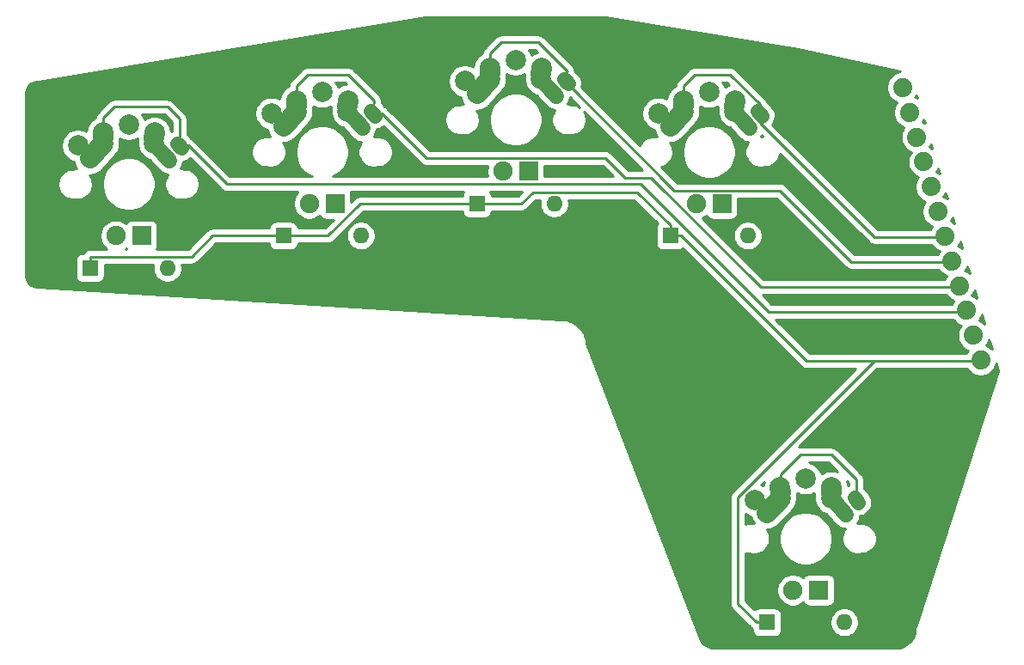
<source format=gbr>
G04 #@! TF.GenerationSoftware,KiCad,Pcbnew,(5.1.5)-3*
G04 #@! TF.CreationDate,2020-09-15T11:54:06+03:00*
G04 #@! TF.ProjectId,reset,72657365-742e-46b6-9963-61645f706362,rev?*
G04 #@! TF.SameCoordinates,Original*
G04 #@! TF.FileFunction,Copper,L2,Bot*
G04 #@! TF.FilePolarity,Positive*
%FSLAX46Y46*%
G04 Gerber Fmt 4.6, Leading zero omitted, Abs format (unit mm)*
G04 Created by KiCad (PCBNEW (5.1.5)-3) date 2020-09-15 11:54:06*
%MOMM*%
%LPD*%
G04 APERTURE LIST*
%ADD10C,1.879600*%
%ADD11C,2.000000*%
%ADD12C,1.500000*%
%ADD13C,2.000000*%
%ADD14R,1.905000X1.905000*%
%ADD15C,1.905000*%
%ADD16C,1.400000*%
%ADD17R,1.600000X1.600000*%
%ADD18O,1.600000X1.600000*%
%ADD19C,0.250000*%
%ADD20C,0.254000*%
G04 APERTURE END LIST*
D10*
X147401308Y-103057652D03*
X146701189Y-100616047D03*
X146001070Y-98174442D03*
X145300951Y-95732838D03*
X144600832Y-93291233D03*
X143900713Y-90849628D03*
X143200594Y-88408024D03*
X142500476Y-85966419D03*
X141800357Y-83524814D03*
X141100238Y-81083209D03*
X140400119Y-78641605D03*
X139700000Y-76200000D03*
D11*
X132675000Y-116150000D03*
X132715000Y-115570000D03*
X127675000Y-116650000D03*
X126365000Y-118110000D03*
D12*
X134151954Y-118296082D02*
X132508046Y-116463918D01*
D13*
X126365005Y-118110004D02*
X127674995Y-116649996D01*
D11*
X132675000Y-116650000D03*
D12*
X133818042Y-117923922D02*
X134151958Y-118296078D01*
D13*
X127635001Y-115570000D02*
X127674999Y-116150000D01*
D11*
X127675000Y-116150000D03*
X127635000Y-115570000D03*
D14*
X131445000Y-125730000D03*
D15*
X128905000Y-125730000D03*
D13*
X132714999Y-115570000D02*
X132675001Y-116150000D01*
D11*
X130175000Y-114750000D03*
X125175000Y-116850000D03*
D16*
X135375350Y-117073293D02*
X134974650Y-116626707D01*
D11*
X123150000Y-78050000D03*
X123190000Y-77470000D03*
X118150000Y-78550000D03*
X116840000Y-80010000D03*
D12*
X124626954Y-80196082D02*
X122983046Y-78363918D01*
D13*
X116840005Y-80010004D02*
X118149995Y-78549996D01*
D11*
X123150000Y-78550000D03*
D12*
X124293042Y-79823922D02*
X124626958Y-80196078D01*
D13*
X118110001Y-77470000D02*
X118149999Y-78050000D01*
D11*
X118150000Y-78050000D03*
X118110000Y-77470000D03*
D14*
X121920000Y-87630000D03*
D15*
X119380000Y-87630000D03*
D13*
X123189999Y-77470000D02*
X123150001Y-78050000D01*
D11*
X120650000Y-76650000D03*
X115650000Y-78750000D03*
D16*
X125850350Y-78973293D02*
X125449650Y-78526707D01*
D11*
X104100000Y-74875000D03*
X104140000Y-74295000D03*
X99100000Y-75375000D03*
X97790000Y-76835000D03*
D12*
X105576954Y-77021082D02*
X103933046Y-75188918D01*
D13*
X97790005Y-76835004D02*
X99099995Y-75374996D01*
D11*
X104100000Y-75375000D03*
D12*
X105243042Y-76648922D02*
X105576958Y-77021078D01*
D13*
X99060001Y-74295000D02*
X99099999Y-74875000D01*
D11*
X99100000Y-74875000D03*
X99060000Y-74295000D03*
D14*
X102870000Y-84455000D03*
D15*
X100330000Y-84455000D03*
D13*
X104139999Y-74295000D02*
X104100001Y-74875000D01*
D11*
X101600000Y-73475000D03*
X96600000Y-75575000D03*
D16*
X106800350Y-75798293D02*
X106399650Y-75351707D01*
D11*
X85050000Y-78050000D03*
X85090000Y-77470000D03*
X80050000Y-78550000D03*
X78740000Y-80010000D03*
D12*
X86526954Y-80196082D02*
X84883046Y-78363918D01*
D13*
X78740005Y-80010004D02*
X80049995Y-78549996D01*
D11*
X85050000Y-78550000D03*
D12*
X86193042Y-79823922D02*
X86526958Y-80196078D01*
D13*
X80010001Y-77470000D02*
X80049999Y-78050000D01*
D11*
X80050000Y-78050000D03*
X80010000Y-77470000D03*
D14*
X83820000Y-87630000D03*
D15*
X81280000Y-87630000D03*
D13*
X85089999Y-77470000D02*
X85050001Y-78050000D01*
D11*
X82550000Y-76650000D03*
X77550000Y-78750000D03*
D16*
X87750350Y-78973293D02*
X87349650Y-78526707D01*
D11*
X66000000Y-81225000D03*
X66040000Y-80645000D03*
X61000000Y-81725000D03*
X59690000Y-83185000D03*
D12*
X67476954Y-83371082D02*
X65833046Y-81538918D01*
D13*
X59690005Y-83185004D02*
X60999995Y-81724996D01*
D11*
X66000000Y-81725000D03*
D12*
X67143042Y-82998922D02*
X67476958Y-83371078D01*
D13*
X60960001Y-80645000D02*
X60999999Y-81225000D01*
D11*
X61000000Y-81225000D03*
X60960000Y-80645000D03*
D14*
X64770000Y-90805000D03*
D15*
X62230000Y-90805000D03*
D13*
X66039999Y-80645000D02*
X66000001Y-81225000D01*
D11*
X63500000Y-79825000D03*
X58500000Y-81925000D03*
D16*
X68700350Y-82148293D02*
X68299650Y-81701707D01*
D17*
X126365000Y-128905000D03*
D18*
X133985000Y-128905000D03*
D17*
X116840000Y-90805000D03*
D18*
X124460000Y-90805000D03*
D17*
X97790000Y-87630000D03*
D18*
X105410000Y-87630000D03*
D17*
X78740000Y-90805000D03*
D18*
X86360000Y-90805000D03*
D17*
X59690000Y-93980000D03*
D18*
X67310000Y-93980000D03*
D19*
X59690000Y-93980000D02*
X59690000Y-92930000D01*
X59765001Y-92854999D02*
X69705001Y-92854999D01*
X59690000Y-92930000D02*
X59765001Y-92854999D01*
X71755000Y-90805000D02*
X78740000Y-90805000D01*
X69705001Y-92854999D02*
X71755000Y-90805000D01*
X96740000Y-87630000D02*
X97790000Y-87630000D01*
X86310002Y-87630000D02*
X96740000Y-87630000D01*
X83135002Y-90805000D02*
X86310002Y-87630000D01*
X78740000Y-90805000D02*
X83135002Y-90805000D01*
X113589999Y-86504999D02*
X116840000Y-89755000D01*
X103310003Y-86504999D02*
X113589999Y-86504999D01*
X102185002Y-87630000D02*
X103310003Y-86504999D01*
X116840000Y-89755000D02*
X116840000Y-90805000D01*
X97790000Y-87630000D02*
X102185002Y-87630000D01*
X146416565Y-103159183D02*
X147655840Y-103159183D01*
X130244183Y-103159183D02*
X146416565Y-103159183D01*
X117890000Y-90805000D02*
X130244183Y-103159183D01*
X116840000Y-90805000D02*
X117890000Y-90805000D01*
X125315000Y-128905000D02*
X126365000Y-128905000D01*
X136904815Y-103159183D02*
X123499999Y-116563999D01*
X123499999Y-127089999D02*
X125315000Y-128905000D01*
X123499999Y-116563999D02*
X123499999Y-127089999D01*
X147655840Y-103159183D02*
X136904815Y-103159183D01*
X113952503Y-85732501D02*
X126495975Y-98275973D01*
X73168820Y-85732501D02*
X113952503Y-85732501D01*
X68500000Y-81925000D02*
X69361319Y-81925000D01*
X126495975Y-98275973D02*
X146255602Y-98275973D01*
X69361319Y-81925000D02*
X73168820Y-85732501D01*
X68500000Y-81925000D02*
X68500000Y-79295000D01*
X68500000Y-79295000D02*
X67310000Y-78105000D01*
X61000000Y-79190787D02*
X61000000Y-79810787D01*
X61000000Y-79810787D02*
X61000000Y-81225000D01*
X62085787Y-78105000D02*
X61000000Y-79190787D01*
X67310000Y-78105000D02*
X62085787Y-78105000D01*
X92838818Y-83177499D02*
X110482499Y-83177499D01*
X87550000Y-78750000D02*
X88411319Y-78750000D01*
X88411319Y-78750000D02*
X92838818Y-83177499D01*
X110482499Y-83177499D02*
X112395000Y-85090000D01*
X114949298Y-85090000D02*
X125744298Y-95885000D01*
X112395000Y-85090000D02*
X114949298Y-85090000D01*
X125794930Y-95834368D02*
X145555483Y-95834368D01*
X125744298Y-95885000D02*
X125794930Y-95834368D01*
X81135787Y-74930000D02*
X80030000Y-76035787D01*
X87630000Y-77470000D02*
X85090000Y-74930000D01*
X87550000Y-78750000D02*
X87550000Y-77857362D01*
X87550000Y-77857362D02*
X87630000Y-77777362D01*
X80030000Y-76474006D02*
X80030000Y-77760000D01*
X80030000Y-76035787D02*
X80030000Y-76474006D01*
X87630000Y-77777362D02*
X87630000Y-77470000D01*
X85090000Y-74930000D02*
X81135787Y-74930000D01*
X117213497Y-86352499D02*
X127627499Y-86352499D01*
X106600000Y-75575000D02*
X106600000Y-75739002D01*
X106600000Y-75739002D02*
X117213497Y-86352499D01*
X134667764Y-93392764D02*
X144855364Y-93392764D01*
X127627499Y-86352499D02*
X134667764Y-93392764D01*
X106600000Y-74682362D02*
X106680000Y-74602362D01*
X106600000Y-75575000D02*
X106600000Y-74682362D01*
X106680000Y-74602362D02*
X103832638Y-71755000D01*
X99100000Y-73460787D02*
X99100000Y-74875000D01*
X99100000Y-72840787D02*
X99100000Y-73460787D01*
X100185787Y-71755000D02*
X99100000Y-72840787D01*
X103832638Y-71755000D02*
X100185787Y-71755000D01*
X125650000Y-78750000D02*
X125650000Y-79642638D01*
X136958521Y-90951159D02*
X144155245Y-90951159D01*
X125650000Y-79642638D02*
X136958521Y-90951159D01*
X118130000Y-76474006D02*
X118130000Y-77760000D01*
X125650000Y-78750000D02*
X125650000Y-77857362D01*
X119235787Y-74930000D02*
X118130000Y-76035787D01*
X122722638Y-74930000D02*
X119235787Y-74930000D01*
X125650000Y-77857362D02*
X122722638Y-74930000D01*
X118130000Y-76035787D02*
X118130000Y-76474006D01*
X127675000Y-116150000D02*
X127675000Y-114340000D01*
X127675000Y-114340000D02*
X129620000Y-112395000D01*
X129620000Y-112395000D02*
X132715000Y-112395000D01*
X135175000Y-114855000D02*
X135175000Y-116850000D01*
X132715000Y-112395000D02*
X135175000Y-114855000D01*
D20*
G36*
X129414076Y-72403116D02*
G01*
X139475535Y-74638997D01*
X139240648Y-74685718D01*
X138954052Y-74804430D01*
X138696123Y-74976773D01*
X138476773Y-75196123D01*
X138304430Y-75454052D01*
X138185718Y-75740648D01*
X138125200Y-76044896D01*
X138125200Y-76355104D01*
X138185718Y-76659352D01*
X138304430Y-76945948D01*
X138476773Y-77203877D01*
X138696123Y-77423227D01*
X138954052Y-77595570D01*
X139150649Y-77677003D01*
X139004549Y-77895657D01*
X138885837Y-78182253D01*
X138825319Y-78486501D01*
X138825319Y-78796709D01*
X138885837Y-79100957D01*
X139004549Y-79387553D01*
X139176892Y-79645482D01*
X139396242Y-79864832D01*
X139654171Y-80037175D01*
X139850768Y-80118608D01*
X139704668Y-80337261D01*
X139585956Y-80623857D01*
X139525438Y-80928105D01*
X139525438Y-81238313D01*
X139585956Y-81542561D01*
X139704668Y-81829157D01*
X139877011Y-82087086D01*
X140096361Y-82306436D01*
X140354290Y-82478779D01*
X140550887Y-82560212D01*
X140404787Y-82778866D01*
X140286075Y-83065462D01*
X140225557Y-83369710D01*
X140225557Y-83679918D01*
X140286075Y-83984166D01*
X140404787Y-84270762D01*
X140577130Y-84528691D01*
X140796480Y-84748041D01*
X141054409Y-84920384D01*
X141251006Y-85001817D01*
X141104906Y-85220471D01*
X140986194Y-85507067D01*
X140925676Y-85811315D01*
X140925676Y-86121523D01*
X140986194Y-86425771D01*
X141104906Y-86712367D01*
X141277249Y-86970296D01*
X141496599Y-87189646D01*
X141754528Y-87361989D01*
X141951124Y-87443422D01*
X141805024Y-87662076D01*
X141686312Y-87948672D01*
X141625794Y-88252920D01*
X141625794Y-88563128D01*
X141686312Y-88867376D01*
X141805024Y-89153972D01*
X141977367Y-89411901D01*
X142196717Y-89631251D01*
X142454646Y-89803594D01*
X142651243Y-89885027D01*
X142505143Y-90103680D01*
X142468908Y-90191159D01*
X137273323Y-90191159D01*
X126893285Y-79811122D01*
X126923798Y-79777793D01*
X127060122Y-79552917D01*
X127149955Y-79305763D01*
X127189846Y-79045835D01*
X127178260Y-78783119D01*
X127115644Y-78527710D01*
X127004402Y-78289427D01*
X126887800Y-78130547D01*
X126399508Y-77586338D01*
X126335631Y-77527857D01*
X126321999Y-77502354D01*
X126284974Y-77433085D01*
X126213799Y-77346359D01*
X126190001Y-77317361D01*
X126161003Y-77293563D01*
X123286442Y-74419003D01*
X123262639Y-74389999D01*
X123146914Y-74295026D01*
X123014885Y-74224454D01*
X122871624Y-74180997D01*
X122759971Y-74170000D01*
X122759960Y-74170000D01*
X122722638Y-74166324D01*
X122685316Y-74170000D01*
X119273110Y-74170000D01*
X119235787Y-74166324D01*
X119198464Y-74170000D01*
X119198454Y-74170000D01*
X119086801Y-74180997D01*
X118947325Y-74223306D01*
X118943540Y-74224454D01*
X118811510Y-74295026D01*
X118761874Y-74335762D01*
X118695786Y-74389999D01*
X118671988Y-74418997D01*
X117619002Y-75471983D01*
X117589999Y-75495786D01*
X117536866Y-75560529D01*
X117495026Y-75611511D01*
X117434363Y-75725003D01*
X117424454Y-75743541D01*
X117380997Y-75886802D01*
X117370000Y-75998455D01*
X117370000Y-75998465D01*
X117369395Y-76004611D01*
X117357874Y-76011830D01*
X117335537Y-76021082D01*
X117221551Y-76097245D01*
X117105431Y-76170002D01*
X117087849Y-76186582D01*
X117067748Y-76200013D01*
X116970815Y-76296946D01*
X116871116Y-76390963D01*
X116857106Y-76410655D01*
X116840013Y-76427748D01*
X116763848Y-76541736D01*
X116684411Y-76653392D01*
X116674514Y-76675435D01*
X116661082Y-76695537D01*
X116608616Y-76822201D01*
X116552491Y-76947201D01*
X116547084Y-76970751D01*
X116537832Y-76993088D01*
X116511085Y-77127556D01*
X116480425Y-77261102D01*
X116479717Y-77285255D01*
X116475000Y-77308967D01*
X116475000Y-77334850D01*
X116424463Y-77301082D01*
X116126912Y-77177832D01*
X115811033Y-77115000D01*
X115488967Y-77115000D01*
X115173088Y-77177832D01*
X114875537Y-77301082D01*
X114607748Y-77480013D01*
X114380013Y-77707748D01*
X114201082Y-77975537D01*
X114077832Y-78273088D01*
X114015000Y-78588967D01*
X114015000Y-78911033D01*
X114077832Y-79226912D01*
X114201082Y-79524463D01*
X114380013Y-79792252D01*
X114607748Y-80019987D01*
X114875537Y-80198918D01*
X115173088Y-80322168D01*
X115235682Y-80334619D01*
X115248354Y-80417191D01*
X115260744Y-80451279D01*
X115267832Y-80486912D01*
X115315704Y-80602484D01*
X115358375Y-80719882D01*
X115377182Y-80750905D01*
X115391082Y-80784463D01*
X115460566Y-80888453D01*
X115525335Y-80995294D01*
X115543376Y-81015000D01*
X115418816Y-81015000D01*
X115167448Y-81065000D01*
X115003740Y-81065000D01*
X114716842Y-81122068D01*
X114446589Y-81234010D01*
X114203368Y-81396525D01*
X113996525Y-81603368D01*
X113834010Y-81846589D01*
X113818891Y-81883090D01*
X108091053Y-76155254D01*
X108099955Y-76130763D01*
X108139846Y-75870835D01*
X108128260Y-75608119D01*
X108065644Y-75352710D01*
X107954402Y-75114427D01*
X107837800Y-74955547D01*
X107434153Y-74505676D01*
X107429002Y-74453376D01*
X107385546Y-74310115D01*
X107314974Y-74178085D01*
X107243799Y-74091359D01*
X107220001Y-74062361D01*
X107191003Y-74038563D01*
X104396442Y-71244003D01*
X104372639Y-71214999D01*
X104256914Y-71120026D01*
X104124885Y-71049454D01*
X103981624Y-71005997D01*
X103869971Y-70995000D01*
X103869960Y-70995000D01*
X103832638Y-70991324D01*
X103795316Y-70995000D01*
X100223112Y-70995000D01*
X100185787Y-70991324D01*
X100148462Y-70995000D01*
X100148454Y-70995000D01*
X100036801Y-71005997D01*
X99893540Y-71049454D01*
X99761511Y-71120026D01*
X99645786Y-71214999D01*
X99621988Y-71243997D01*
X98589002Y-72276983D01*
X98559999Y-72300786D01*
X98511818Y-72359495D01*
X98465026Y-72416511D01*
X98441489Y-72460546D01*
X98394454Y-72548541D01*
X98350997Y-72691802D01*
X98340000Y-72803455D01*
X98340000Y-72803465D01*
X98338352Y-72820197D01*
X98328350Y-72824000D01*
X98307874Y-72836830D01*
X98285537Y-72846082D01*
X98171551Y-72922245D01*
X98055431Y-72995002D01*
X98037849Y-73011582D01*
X98017748Y-73025013D01*
X97920815Y-73121946D01*
X97821116Y-73215963D01*
X97807106Y-73235655D01*
X97790013Y-73252748D01*
X97713848Y-73366736D01*
X97634411Y-73478392D01*
X97624514Y-73500435D01*
X97611082Y-73520537D01*
X97558616Y-73647201D01*
X97502491Y-73772201D01*
X97497084Y-73795751D01*
X97487832Y-73818088D01*
X97461085Y-73952556D01*
X97430425Y-74086102D01*
X97429717Y-74110255D01*
X97425000Y-74133967D01*
X97425000Y-74159850D01*
X97374463Y-74126082D01*
X97076912Y-74002832D01*
X96761033Y-73940000D01*
X96438967Y-73940000D01*
X96123088Y-74002832D01*
X95825537Y-74126082D01*
X95557748Y-74305013D01*
X95330013Y-74532748D01*
X95151082Y-74800537D01*
X95027832Y-75098088D01*
X94965000Y-75413967D01*
X94965000Y-75736033D01*
X95027832Y-76051912D01*
X95151082Y-76349463D01*
X95330013Y-76617252D01*
X95557748Y-76844987D01*
X95825537Y-77023918D01*
X96123088Y-77147168D01*
X96185682Y-77159619D01*
X96198354Y-77242191D01*
X96210744Y-77276279D01*
X96217832Y-77311912D01*
X96265704Y-77427484D01*
X96308375Y-77544882D01*
X96327182Y-77575905D01*
X96341082Y-77609463D01*
X96410566Y-77713453D01*
X96475335Y-77820294D01*
X96493376Y-77840000D01*
X96368816Y-77840000D01*
X96117448Y-77890000D01*
X95953740Y-77890000D01*
X95666842Y-77947068D01*
X95396589Y-78059010D01*
X95153368Y-78221525D01*
X94946525Y-78428368D01*
X94784010Y-78671589D01*
X94672068Y-78941842D01*
X94615000Y-79228740D01*
X94615000Y-79521260D01*
X94672068Y-79808158D01*
X94784010Y-80078411D01*
X94946525Y-80321632D01*
X95153368Y-80528475D01*
X95396589Y-80690990D01*
X95666842Y-80802932D01*
X95953740Y-80860000D01*
X96117448Y-80860000D01*
X96368816Y-80910000D01*
X96671184Y-80910000D01*
X96967743Y-80851011D01*
X97247095Y-80735299D01*
X97498505Y-80567312D01*
X97712312Y-80353505D01*
X97880299Y-80102095D01*
X97996011Y-79822743D01*
X98055000Y-79526184D01*
X98055000Y-79223816D01*
X98033570Y-79116076D01*
X98971100Y-79116076D01*
X98971100Y-79633924D01*
X99072127Y-80141822D01*
X99270299Y-80620251D01*
X99558000Y-81050826D01*
X99924174Y-81417000D01*
X100354749Y-81704701D01*
X100833178Y-81902873D01*
X101341076Y-82003900D01*
X101858924Y-82003900D01*
X102366822Y-81902873D01*
X102845251Y-81704701D01*
X103275826Y-81417000D01*
X103642000Y-81050826D01*
X103929701Y-80620251D01*
X104127873Y-80141822D01*
X104228900Y-79633924D01*
X104228900Y-79116076D01*
X104127873Y-78608178D01*
X103929701Y-78129749D01*
X103642000Y-77699174D01*
X103275826Y-77333000D01*
X102845251Y-77045299D01*
X102366822Y-76847127D01*
X101858924Y-76746100D01*
X101341076Y-76746100D01*
X100833178Y-76847127D01*
X100354749Y-77045299D01*
X99924174Y-77333000D01*
X99558000Y-77699174D01*
X99270299Y-78129749D01*
X99072127Y-78608178D01*
X98971100Y-79116076D01*
X98033570Y-79116076D01*
X97996011Y-78927257D01*
X97880299Y-78647905D01*
X97761656Y-78470343D01*
X97878851Y-78475511D01*
X97914760Y-78470000D01*
X97951033Y-78470000D01*
X98073540Y-78445632D01*
X98197192Y-78426655D01*
X98231336Y-78414244D01*
X98266912Y-78407168D01*
X98382299Y-78359373D01*
X98499883Y-78316634D01*
X98530955Y-78297797D01*
X98564463Y-78283918D01*
X98668298Y-78214538D01*
X98775295Y-78149674D01*
X98802097Y-78125136D01*
X98832252Y-78104987D01*
X98920555Y-78016684D01*
X98953312Y-77986694D01*
X98977474Y-77959765D01*
X99059987Y-77877252D01*
X99084717Y-77840241D01*
X100287323Y-76499916D01*
X100369987Y-76417252D01*
X100439511Y-76313202D01*
X100513387Y-76212540D01*
X100528727Y-76179682D01*
X100548918Y-76149463D01*
X100596808Y-76033847D01*
X100649626Y-75920707D01*
X100658260Y-75885488D01*
X100672168Y-75851912D01*
X100696581Y-75729182D01*
X100726313Y-75607904D01*
X100727911Y-75571673D01*
X100735000Y-75536033D01*
X100735000Y-75410914D01*
X100740502Y-75286149D01*
X100735000Y-75250299D01*
X100735000Y-75213967D01*
X100718620Y-75131617D01*
X100729575Y-75083898D01*
X100730283Y-75059745D01*
X100735000Y-75036033D01*
X100735000Y-74898936D01*
X100736022Y-74864106D01*
X100825537Y-74923918D01*
X101123088Y-75047168D01*
X101438967Y-75110000D01*
X101761033Y-75110000D01*
X102076912Y-75047168D01*
X102374463Y-74923918D01*
X102463978Y-74864106D01*
X102465000Y-74898936D01*
X102465000Y-75036033D01*
X102469717Y-75059745D01*
X102470425Y-75083898D01*
X102481380Y-75131617D01*
X102465000Y-75213967D01*
X102465000Y-75536033D01*
X102527832Y-75851912D01*
X102651082Y-76149463D01*
X102830013Y-76417252D01*
X103057748Y-76644987D01*
X103325537Y-76823918D01*
X103623088Y-76947168D01*
X103655670Y-76953649D01*
X104591520Y-77996671D01*
X104742320Y-78134732D01*
X104975620Y-78276163D01*
X105232029Y-78369361D01*
X105480354Y-78407471D01*
X105319701Y-78647905D01*
X105203989Y-78927257D01*
X105145000Y-79223816D01*
X105145000Y-79526184D01*
X105203989Y-79822743D01*
X105319701Y-80102095D01*
X105487688Y-80353505D01*
X105701495Y-80567312D01*
X105952905Y-80735299D01*
X106232257Y-80851011D01*
X106528816Y-80910000D01*
X106831184Y-80910000D01*
X107082552Y-80860000D01*
X107246260Y-80860000D01*
X107533158Y-80802932D01*
X107803411Y-80690990D01*
X108046632Y-80528475D01*
X108253475Y-80321632D01*
X108415990Y-80078411D01*
X108527932Y-79808158D01*
X108585000Y-79521260D01*
X108585000Y-79228740D01*
X108527932Y-78941842D01*
X108415990Y-78671589D01*
X108331828Y-78545631D01*
X114116195Y-84330000D01*
X112709802Y-84330000D01*
X111046303Y-82666502D01*
X111022500Y-82637498D01*
X110906775Y-82542525D01*
X110774746Y-82471953D01*
X110631485Y-82428496D01*
X110519832Y-82417499D01*
X110519821Y-82417499D01*
X110482499Y-82413823D01*
X110445177Y-82417499D01*
X93153620Y-82417499D01*
X88975123Y-78239003D01*
X88951320Y-78209999D01*
X88835595Y-78115026D01*
X88716992Y-78051631D01*
X88390000Y-77687193D01*
X88390000Y-77507322D01*
X88393676Y-77469999D01*
X88390000Y-77432676D01*
X88390000Y-77432668D01*
X88379003Y-77321015D01*
X88335546Y-77177753D01*
X88264974Y-77045724D01*
X88209257Y-76977832D01*
X88193799Y-76958996D01*
X88193795Y-76958992D01*
X88170001Y-76929999D01*
X88141008Y-76906205D01*
X85653804Y-74419003D01*
X85630001Y-74389999D01*
X85514276Y-74295026D01*
X85382247Y-74224454D01*
X85238986Y-74180997D01*
X85127333Y-74170000D01*
X85127322Y-74170000D01*
X85090000Y-74166324D01*
X85052678Y-74170000D01*
X81173110Y-74170000D01*
X81135787Y-74166324D01*
X81098464Y-74170000D01*
X81098454Y-74170000D01*
X80986801Y-74180997D01*
X80847325Y-74223306D01*
X80843540Y-74224454D01*
X80711510Y-74295026D01*
X80661874Y-74335762D01*
X80595786Y-74389999D01*
X80571988Y-74418997D01*
X79519002Y-75471983D01*
X79489999Y-75495786D01*
X79436866Y-75560529D01*
X79395026Y-75611511D01*
X79334363Y-75725003D01*
X79324454Y-75743541D01*
X79280997Y-75886802D01*
X79270000Y-75998455D01*
X79270000Y-75998465D01*
X79269395Y-76004611D01*
X79257874Y-76011830D01*
X79235537Y-76021082D01*
X79121551Y-76097245D01*
X79005431Y-76170002D01*
X78987849Y-76186582D01*
X78967748Y-76200013D01*
X78870815Y-76296946D01*
X78771116Y-76390963D01*
X78757106Y-76410655D01*
X78740013Y-76427748D01*
X78663848Y-76541736D01*
X78584411Y-76653392D01*
X78574514Y-76675435D01*
X78561082Y-76695537D01*
X78508616Y-76822201D01*
X78452491Y-76947201D01*
X78447084Y-76970751D01*
X78437832Y-76993088D01*
X78411085Y-77127556D01*
X78380425Y-77261102D01*
X78379717Y-77285255D01*
X78375000Y-77308967D01*
X78375000Y-77334850D01*
X78324463Y-77301082D01*
X78026912Y-77177832D01*
X77711033Y-77115000D01*
X77388967Y-77115000D01*
X77073088Y-77177832D01*
X76775537Y-77301082D01*
X76507748Y-77480013D01*
X76280013Y-77707748D01*
X76101082Y-77975537D01*
X75977832Y-78273088D01*
X75915000Y-78588967D01*
X75915000Y-78911033D01*
X75977832Y-79226912D01*
X76101082Y-79524463D01*
X76280013Y-79792252D01*
X76507748Y-80019987D01*
X76775537Y-80198918D01*
X77073088Y-80322168D01*
X77135682Y-80334619D01*
X77148354Y-80417191D01*
X77160744Y-80451279D01*
X77167832Y-80486912D01*
X77215704Y-80602484D01*
X77258375Y-80719882D01*
X77277182Y-80750905D01*
X77291082Y-80784463D01*
X77360566Y-80888453D01*
X77425335Y-80995294D01*
X77443376Y-81015000D01*
X77318816Y-81015000D01*
X77067448Y-81065000D01*
X76903740Y-81065000D01*
X76616842Y-81122068D01*
X76346589Y-81234010D01*
X76103368Y-81396525D01*
X75896525Y-81603368D01*
X75734010Y-81846589D01*
X75622068Y-82116842D01*
X75565000Y-82403740D01*
X75565000Y-82696260D01*
X75622068Y-82983158D01*
X75734010Y-83253411D01*
X75896525Y-83496632D01*
X76103368Y-83703475D01*
X76346589Y-83865990D01*
X76616842Y-83977932D01*
X76903740Y-84035000D01*
X77067448Y-84035000D01*
X77318816Y-84085000D01*
X77621184Y-84085000D01*
X77917743Y-84026011D01*
X78197095Y-83910299D01*
X78448505Y-83742312D01*
X78662312Y-83528505D01*
X78830299Y-83277095D01*
X78946011Y-82997743D01*
X79005000Y-82701184D01*
X79005000Y-82398816D01*
X78946011Y-82102257D01*
X78830299Y-81822905D01*
X78711656Y-81645343D01*
X78828851Y-81650511D01*
X78864760Y-81645000D01*
X78901033Y-81645000D01*
X79023540Y-81620632D01*
X79147192Y-81601655D01*
X79181336Y-81589244D01*
X79216912Y-81582168D01*
X79332299Y-81534373D01*
X79449883Y-81491634D01*
X79480955Y-81472797D01*
X79514463Y-81458918D01*
X79618298Y-81389538D01*
X79725295Y-81324674D01*
X79752097Y-81300136D01*
X79782252Y-81279987D01*
X79870555Y-81191684D01*
X79903312Y-81161694D01*
X79927474Y-81134765D01*
X80009987Y-81052252D01*
X80034717Y-81015241D01*
X81237323Y-79674916D01*
X81319987Y-79592252D01*
X81389511Y-79488202D01*
X81463387Y-79387540D01*
X81478727Y-79354682D01*
X81498918Y-79324463D01*
X81546808Y-79208847D01*
X81599626Y-79095707D01*
X81608260Y-79060488D01*
X81622168Y-79026912D01*
X81646581Y-78904182D01*
X81676313Y-78782904D01*
X81677911Y-78746673D01*
X81685000Y-78711033D01*
X81685000Y-78585914D01*
X81690502Y-78461149D01*
X81685000Y-78425299D01*
X81685000Y-78388967D01*
X81668620Y-78306617D01*
X81679575Y-78258898D01*
X81680283Y-78234745D01*
X81685000Y-78211033D01*
X81685000Y-78073936D01*
X81686022Y-78039106D01*
X81775537Y-78098918D01*
X82073088Y-78222168D01*
X82388967Y-78285000D01*
X82711033Y-78285000D01*
X83026912Y-78222168D01*
X83324463Y-78098918D01*
X83413978Y-78039106D01*
X83415000Y-78073936D01*
X83415000Y-78211033D01*
X83419717Y-78234745D01*
X83420425Y-78258898D01*
X83431380Y-78306617D01*
X83415000Y-78388967D01*
X83415000Y-78711033D01*
X83477832Y-79026912D01*
X83601082Y-79324463D01*
X83780013Y-79592252D01*
X84007748Y-79819987D01*
X84275537Y-79998918D01*
X84573088Y-80122168D01*
X84605670Y-80128649D01*
X85541520Y-81171671D01*
X85692320Y-81309732D01*
X85925620Y-81451163D01*
X86182029Y-81544361D01*
X86430354Y-81582471D01*
X86269701Y-81822905D01*
X86153989Y-82102257D01*
X86095000Y-82398816D01*
X86095000Y-82701184D01*
X86153989Y-82997743D01*
X86269701Y-83277095D01*
X86437688Y-83528505D01*
X86651495Y-83742312D01*
X86902905Y-83910299D01*
X87182257Y-84026011D01*
X87478816Y-84085000D01*
X87781184Y-84085000D01*
X88032552Y-84035000D01*
X88196260Y-84035000D01*
X88483158Y-83977932D01*
X88753411Y-83865990D01*
X88996632Y-83703475D01*
X89203475Y-83496632D01*
X89365990Y-83253411D01*
X89477932Y-82983158D01*
X89535000Y-82696260D01*
X89535000Y-82403740D01*
X89477932Y-82116842D01*
X89365990Y-81846589D01*
X89203475Y-81603368D01*
X88996632Y-81396525D01*
X88753411Y-81234010D01*
X88483158Y-81122068D01*
X88196260Y-81065000D01*
X88032552Y-81065000D01*
X87781184Y-81015000D01*
X87650132Y-81015000D01*
X87782038Y-80797412D01*
X87875237Y-80541004D01*
X87911845Y-80302468D01*
X87940524Y-80301203D01*
X88195933Y-80238587D01*
X88434217Y-80127346D01*
X88595498Y-80008981D01*
X92275018Y-83688501D01*
X92298817Y-83717500D01*
X92327815Y-83741298D01*
X92414541Y-83812473D01*
X92514664Y-83865990D01*
X92546571Y-83883045D01*
X92689832Y-83926502D01*
X92801485Y-83937499D01*
X92801494Y-83937499D01*
X92838817Y-83941175D01*
X92876140Y-83937499D01*
X98826058Y-83937499D01*
X98803507Y-83991943D01*
X98742500Y-84298645D01*
X98742500Y-84611355D01*
X98803507Y-84918057D01*
X98826058Y-84972501D01*
X83571212Y-84972501D01*
X83795251Y-84879701D01*
X84225826Y-84592000D01*
X84592000Y-84225826D01*
X84879701Y-83795251D01*
X85077873Y-83316822D01*
X85178900Y-82808924D01*
X85178900Y-82291076D01*
X85077873Y-81783178D01*
X84879701Y-81304749D01*
X84592000Y-80874174D01*
X84225826Y-80508000D01*
X83795251Y-80220299D01*
X83316822Y-80022127D01*
X82808924Y-79921100D01*
X82291076Y-79921100D01*
X81783178Y-80022127D01*
X81304749Y-80220299D01*
X80874174Y-80508000D01*
X80508000Y-80874174D01*
X80220299Y-81304749D01*
X80022127Y-81783178D01*
X79921100Y-82291076D01*
X79921100Y-82808924D01*
X80022127Y-83316822D01*
X80220299Y-83795251D01*
X80508000Y-84225826D01*
X80874174Y-84592000D01*
X81304749Y-84879701D01*
X81528788Y-84972501D01*
X73483622Y-84972501D01*
X69925123Y-81414003D01*
X69901320Y-81384999D01*
X69785595Y-81290026D01*
X69666992Y-81226631D01*
X69260000Y-80773031D01*
X69260000Y-79332322D01*
X69263676Y-79294999D01*
X69260000Y-79257676D01*
X69260000Y-79257667D01*
X69249003Y-79146014D01*
X69205546Y-79002753D01*
X69149843Y-78898541D01*
X69134974Y-78870723D01*
X69063799Y-78783997D01*
X69040001Y-78754999D01*
X69011003Y-78731201D01*
X67873804Y-77594003D01*
X67850001Y-77564999D01*
X67734276Y-77470026D01*
X67602247Y-77399454D01*
X67458986Y-77355997D01*
X67347333Y-77345000D01*
X67347322Y-77345000D01*
X67310000Y-77341324D01*
X67272678Y-77345000D01*
X62123112Y-77345000D01*
X62085787Y-77341324D01*
X62048462Y-77345000D01*
X62048454Y-77345000D01*
X61936801Y-77355997D01*
X61793540Y-77399454D01*
X61661511Y-77470026D01*
X61545786Y-77564999D01*
X61521988Y-77593997D01*
X60489002Y-78626983D01*
X60459999Y-78650786D01*
X60411180Y-78710273D01*
X60365026Y-78766511D01*
X60318260Y-78854003D01*
X60294454Y-78898541D01*
X60250997Y-79041802D01*
X60240000Y-79153455D01*
X60240000Y-79153465D01*
X60238352Y-79170197D01*
X60228350Y-79174000D01*
X60207874Y-79186830D01*
X60185537Y-79196082D01*
X60071551Y-79272245D01*
X59955431Y-79345002D01*
X59937849Y-79361582D01*
X59917748Y-79375013D01*
X59820815Y-79471946D01*
X59721116Y-79565963D01*
X59707106Y-79585655D01*
X59690013Y-79602748D01*
X59613848Y-79716736D01*
X59534411Y-79828392D01*
X59524514Y-79850435D01*
X59511082Y-79870537D01*
X59458616Y-79997201D01*
X59402491Y-80122201D01*
X59397084Y-80145751D01*
X59387832Y-80168088D01*
X59361085Y-80302556D01*
X59330425Y-80436102D01*
X59329717Y-80460255D01*
X59325000Y-80483967D01*
X59325000Y-80509850D01*
X59274463Y-80476082D01*
X58976912Y-80352832D01*
X58661033Y-80290000D01*
X58338967Y-80290000D01*
X58023088Y-80352832D01*
X57725537Y-80476082D01*
X57457748Y-80655013D01*
X57230013Y-80882748D01*
X57051082Y-81150537D01*
X56927832Y-81448088D01*
X56865000Y-81763967D01*
X56865000Y-82086033D01*
X56927832Y-82401912D01*
X57051082Y-82699463D01*
X57230013Y-82967252D01*
X57457748Y-83194987D01*
X57725537Y-83373918D01*
X58023088Y-83497168D01*
X58085682Y-83509619D01*
X58098354Y-83592191D01*
X58110744Y-83626279D01*
X58117832Y-83661912D01*
X58165704Y-83777484D01*
X58208375Y-83894882D01*
X58227182Y-83925905D01*
X58241082Y-83959463D01*
X58310566Y-84063453D01*
X58375335Y-84170294D01*
X58393376Y-84190000D01*
X58268816Y-84190000D01*
X58017448Y-84240000D01*
X57853740Y-84240000D01*
X57566842Y-84297068D01*
X57296589Y-84409010D01*
X57053368Y-84571525D01*
X56846525Y-84778368D01*
X56684010Y-85021589D01*
X56572068Y-85291842D01*
X56515000Y-85578740D01*
X56515000Y-85871260D01*
X56572068Y-86158158D01*
X56684010Y-86428411D01*
X56846525Y-86671632D01*
X57053368Y-86878475D01*
X57296589Y-87040990D01*
X57566842Y-87152932D01*
X57853740Y-87210000D01*
X58017448Y-87210000D01*
X58268816Y-87260000D01*
X58571184Y-87260000D01*
X58867743Y-87201011D01*
X59147095Y-87085299D01*
X59398505Y-86917312D01*
X59612312Y-86703505D01*
X59780299Y-86452095D01*
X59896011Y-86172743D01*
X59955000Y-85876184D01*
X59955000Y-85573816D01*
X59933570Y-85466076D01*
X60871100Y-85466076D01*
X60871100Y-85983924D01*
X60972127Y-86491822D01*
X61170299Y-86970251D01*
X61458000Y-87400826D01*
X61824174Y-87767000D01*
X62254749Y-88054701D01*
X62733178Y-88252873D01*
X63241076Y-88353900D01*
X63758924Y-88353900D01*
X64266822Y-88252873D01*
X64745251Y-88054701D01*
X65175826Y-87767000D01*
X65542000Y-87400826D01*
X65829701Y-86970251D01*
X66027873Y-86491822D01*
X66128900Y-85983924D01*
X66128900Y-85466076D01*
X66027873Y-84958178D01*
X65829701Y-84479749D01*
X65542000Y-84049174D01*
X65175826Y-83683000D01*
X64745251Y-83395299D01*
X64266822Y-83197127D01*
X63758924Y-83096100D01*
X63241076Y-83096100D01*
X62733178Y-83197127D01*
X62254749Y-83395299D01*
X61824174Y-83683000D01*
X61458000Y-84049174D01*
X61170299Y-84479749D01*
X60972127Y-84958178D01*
X60871100Y-85466076D01*
X59933570Y-85466076D01*
X59896011Y-85277257D01*
X59780299Y-84997905D01*
X59661656Y-84820343D01*
X59778851Y-84825511D01*
X59814760Y-84820000D01*
X59851033Y-84820000D01*
X59973540Y-84795632D01*
X60097192Y-84776655D01*
X60131336Y-84764244D01*
X60166912Y-84757168D01*
X60282299Y-84709373D01*
X60399883Y-84666634D01*
X60430955Y-84647797D01*
X60464463Y-84633918D01*
X60568298Y-84564538D01*
X60675295Y-84499674D01*
X60702097Y-84475136D01*
X60732252Y-84454987D01*
X60820555Y-84366684D01*
X60853312Y-84336694D01*
X60877474Y-84309765D01*
X60959987Y-84227252D01*
X60984717Y-84190241D01*
X62187323Y-82849916D01*
X62269987Y-82767252D01*
X62339511Y-82663202D01*
X62413387Y-82562540D01*
X62428727Y-82529682D01*
X62448918Y-82499463D01*
X62496808Y-82383847D01*
X62549626Y-82270707D01*
X62558260Y-82235488D01*
X62572168Y-82201912D01*
X62596581Y-82079182D01*
X62626313Y-81957904D01*
X62627911Y-81921673D01*
X62635000Y-81886033D01*
X62635000Y-81760914D01*
X62640502Y-81636149D01*
X62635000Y-81600299D01*
X62635000Y-81563967D01*
X62618620Y-81481617D01*
X62629575Y-81433898D01*
X62630283Y-81409745D01*
X62635000Y-81386033D01*
X62635000Y-81248936D01*
X62636022Y-81214106D01*
X62725537Y-81273918D01*
X63023088Y-81397168D01*
X63338967Y-81460000D01*
X63661033Y-81460000D01*
X63976912Y-81397168D01*
X64274463Y-81273918D01*
X64363978Y-81214106D01*
X64365000Y-81248936D01*
X64365000Y-81386033D01*
X64369717Y-81409745D01*
X64370425Y-81433898D01*
X64381380Y-81481617D01*
X64365000Y-81563967D01*
X64365000Y-81886033D01*
X64427832Y-82201912D01*
X64551082Y-82499463D01*
X64730013Y-82767252D01*
X64957748Y-82994987D01*
X65225537Y-83173918D01*
X65523088Y-83297168D01*
X65555670Y-83303649D01*
X66491520Y-84346671D01*
X66642320Y-84484732D01*
X66875620Y-84626163D01*
X67132029Y-84719361D01*
X67380354Y-84757471D01*
X67219701Y-84997905D01*
X67103989Y-85277257D01*
X67045000Y-85573816D01*
X67045000Y-85876184D01*
X67103989Y-86172743D01*
X67219701Y-86452095D01*
X67387688Y-86703505D01*
X67601495Y-86917312D01*
X67852905Y-87085299D01*
X68132257Y-87201011D01*
X68428816Y-87260000D01*
X68731184Y-87260000D01*
X68982552Y-87210000D01*
X69146260Y-87210000D01*
X69433158Y-87152932D01*
X69703411Y-87040990D01*
X69946632Y-86878475D01*
X70153475Y-86671632D01*
X70315990Y-86428411D01*
X70427932Y-86158158D01*
X70485000Y-85871260D01*
X70485000Y-85578740D01*
X70427932Y-85291842D01*
X70315990Y-85021589D01*
X70153475Y-84778368D01*
X69946632Y-84571525D01*
X69703411Y-84409010D01*
X69433158Y-84297068D01*
X69146260Y-84240000D01*
X68982552Y-84240000D01*
X68731184Y-84190000D01*
X68600132Y-84190000D01*
X68732038Y-83972412D01*
X68825237Y-83716004D01*
X68861845Y-83477468D01*
X68890524Y-83476203D01*
X69145933Y-83413587D01*
X69384217Y-83302346D01*
X69545498Y-83183981D01*
X72605020Y-86243503D01*
X72628819Y-86272502D01*
X72657817Y-86296300D01*
X72744544Y-86367475D01*
X72876573Y-86438047D01*
X73019834Y-86481504D01*
X73168820Y-86496178D01*
X73206153Y-86492501D01*
X80172435Y-86492501D01*
X80046908Y-86618028D01*
X79873176Y-86878037D01*
X79753507Y-87166943D01*
X79692500Y-87473645D01*
X79692500Y-87786355D01*
X79753507Y-88093057D01*
X79873176Y-88381963D01*
X80046908Y-88641972D01*
X80268028Y-88863092D01*
X80528037Y-89036824D01*
X80816943Y-89156493D01*
X81123645Y-89217500D01*
X81436355Y-89217500D01*
X81743057Y-89156493D01*
X82031963Y-89036824D01*
X82291972Y-88863092D01*
X82295549Y-88859515D01*
X82336963Y-88936994D01*
X82416315Y-89033685D01*
X82513006Y-89113037D01*
X82623320Y-89172002D01*
X82743018Y-89208312D01*
X82867500Y-89220572D01*
X83644629Y-89220572D01*
X82820201Y-90045000D01*
X80178072Y-90045000D01*
X80178072Y-90005000D01*
X80165812Y-89880518D01*
X80129502Y-89760820D01*
X80070537Y-89650506D01*
X79991185Y-89553815D01*
X79894494Y-89474463D01*
X79784180Y-89415498D01*
X79664482Y-89379188D01*
X79540000Y-89366928D01*
X77940000Y-89366928D01*
X77815518Y-89379188D01*
X77695820Y-89415498D01*
X77585506Y-89474463D01*
X77488815Y-89553815D01*
X77409463Y-89650506D01*
X77350498Y-89760820D01*
X77314188Y-89880518D01*
X77301928Y-90005000D01*
X77301928Y-90045000D01*
X71792322Y-90045000D01*
X71754999Y-90041324D01*
X71717676Y-90045000D01*
X71717667Y-90045000D01*
X71606014Y-90055997D01*
X71462753Y-90099454D01*
X71330724Y-90170026D01*
X71330722Y-90170027D01*
X71330723Y-90170027D01*
X71243996Y-90241201D01*
X71243992Y-90241205D01*
X71214999Y-90264999D01*
X71191205Y-90293992D01*
X69390200Y-92094999D01*
X66262121Y-92094999D01*
X66312002Y-92001680D01*
X66348312Y-91881982D01*
X66360572Y-91757500D01*
X66360572Y-89852500D01*
X66348312Y-89728018D01*
X66312002Y-89608320D01*
X66253037Y-89498006D01*
X66173685Y-89401315D01*
X66076994Y-89321963D01*
X65966680Y-89262998D01*
X65846982Y-89226688D01*
X65722500Y-89214428D01*
X63817500Y-89214428D01*
X63693018Y-89226688D01*
X63573320Y-89262998D01*
X63463006Y-89321963D01*
X63366315Y-89401315D01*
X63286963Y-89498006D01*
X63245549Y-89575485D01*
X63241972Y-89571908D01*
X62981963Y-89398176D01*
X62693057Y-89278507D01*
X62386355Y-89217500D01*
X62073645Y-89217500D01*
X61766943Y-89278507D01*
X61478037Y-89398176D01*
X61218028Y-89571908D01*
X60996908Y-89793028D01*
X60823176Y-90053037D01*
X60703507Y-90341943D01*
X60642500Y-90648645D01*
X60642500Y-90961355D01*
X60703507Y-91268057D01*
X60823176Y-91556963D01*
X60996908Y-91816972D01*
X61218028Y-92038092D01*
X61303196Y-92094999D01*
X59802323Y-92094999D01*
X59765000Y-92091323D01*
X59727678Y-92094999D01*
X59727668Y-92094999D01*
X59616015Y-92105996D01*
X59472754Y-92149453D01*
X59340725Y-92220025D01*
X59225000Y-92314998D01*
X59201201Y-92343997D01*
X59178996Y-92366203D01*
X59150000Y-92389999D01*
X59126202Y-92418997D01*
X59126201Y-92418998D01*
X59055026Y-92505724D01*
X59035674Y-92541928D01*
X58890000Y-92541928D01*
X58765518Y-92554188D01*
X58645820Y-92590498D01*
X58535506Y-92649463D01*
X58438815Y-92728815D01*
X58359463Y-92825506D01*
X58300498Y-92935820D01*
X58264188Y-93055518D01*
X58251928Y-93180000D01*
X58251928Y-94780000D01*
X58264188Y-94904482D01*
X58300498Y-95024180D01*
X58359463Y-95134494D01*
X58438815Y-95231185D01*
X58535506Y-95310537D01*
X58645820Y-95369502D01*
X58765518Y-95405812D01*
X58890000Y-95418072D01*
X60490000Y-95418072D01*
X60614482Y-95405812D01*
X60734180Y-95369502D01*
X60844494Y-95310537D01*
X60941185Y-95231185D01*
X61020537Y-95134494D01*
X61079502Y-95024180D01*
X61115812Y-94904482D01*
X61128072Y-94780000D01*
X61128072Y-93614999D01*
X65919491Y-93614999D01*
X65875000Y-93838665D01*
X65875000Y-94121335D01*
X65930147Y-94398574D01*
X66038320Y-94659727D01*
X66195363Y-94894759D01*
X66395241Y-95094637D01*
X66630273Y-95251680D01*
X66891426Y-95359853D01*
X67168665Y-95415000D01*
X67451335Y-95415000D01*
X67728574Y-95359853D01*
X67989727Y-95251680D01*
X68224759Y-95094637D01*
X68424637Y-94894759D01*
X68581680Y-94659727D01*
X68689853Y-94398574D01*
X68745000Y-94121335D01*
X68745000Y-93838665D01*
X68700509Y-93614999D01*
X69667679Y-93614999D01*
X69705001Y-93618675D01*
X69742323Y-93614999D01*
X69742334Y-93614999D01*
X69853987Y-93604002D01*
X69997248Y-93560545D01*
X70129277Y-93489973D01*
X70245002Y-93395000D01*
X70268805Y-93365997D01*
X72069803Y-91565000D01*
X77301928Y-91565000D01*
X77301928Y-91605000D01*
X77314188Y-91729482D01*
X77350498Y-91849180D01*
X77409463Y-91959494D01*
X77488815Y-92056185D01*
X77585506Y-92135537D01*
X77695820Y-92194502D01*
X77815518Y-92230812D01*
X77940000Y-92243072D01*
X79540000Y-92243072D01*
X79664482Y-92230812D01*
X79784180Y-92194502D01*
X79894494Y-92135537D01*
X79991185Y-92056185D01*
X80070537Y-91959494D01*
X80129502Y-91849180D01*
X80165812Y-91729482D01*
X80178072Y-91605000D01*
X80178072Y-91565000D01*
X83097680Y-91565000D01*
X83135002Y-91568676D01*
X83172324Y-91565000D01*
X83172335Y-91565000D01*
X83283988Y-91554003D01*
X83427249Y-91510546D01*
X83559278Y-91439974D01*
X83675003Y-91345001D01*
X83698806Y-91315997D01*
X84351138Y-90663665D01*
X84925000Y-90663665D01*
X84925000Y-90946335D01*
X84980147Y-91223574D01*
X85088320Y-91484727D01*
X85245363Y-91719759D01*
X85445241Y-91919637D01*
X85680273Y-92076680D01*
X85941426Y-92184853D01*
X86218665Y-92240000D01*
X86501335Y-92240000D01*
X86778574Y-92184853D01*
X87039727Y-92076680D01*
X87274759Y-91919637D01*
X87474637Y-91719759D01*
X87631680Y-91484727D01*
X87739853Y-91223574D01*
X87795000Y-90946335D01*
X87795000Y-90663665D01*
X87739853Y-90386426D01*
X87631680Y-90125273D01*
X87474637Y-89890241D01*
X87274759Y-89690363D01*
X87039727Y-89533320D01*
X86778574Y-89425147D01*
X86501335Y-89370000D01*
X86218665Y-89370000D01*
X85941426Y-89425147D01*
X85680273Y-89533320D01*
X85445241Y-89690363D01*
X85245363Y-89890241D01*
X85088320Y-90125273D01*
X84980147Y-90386426D01*
X84925000Y-90663665D01*
X84351138Y-90663665D01*
X86624804Y-88390000D01*
X96351928Y-88390000D01*
X96351928Y-88430000D01*
X96364188Y-88554482D01*
X96400498Y-88674180D01*
X96459463Y-88784494D01*
X96538815Y-88881185D01*
X96635506Y-88960537D01*
X96745820Y-89019502D01*
X96865518Y-89055812D01*
X96990000Y-89068072D01*
X98590000Y-89068072D01*
X98714482Y-89055812D01*
X98834180Y-89019502D01*
X98944494Y-88960537D01*
X99041185Y-88881185D01*
X99120537Y-88784494D01*
X99179502Y-88674180D01*
X99215812Y-88554482D01*
X99228072Y-88430000D01*
X99228072Y-88390000D01*
X102147680Y-88390000D01*
X102185002Y-88393676D01*
X102222324Y-88390000D01*
X102222335Y-88390000D01*
X102333988Y-88379003D01*
X102477249Y-88335546D01*
X102609278Y-88264974D01*
X102725003Y-88170001D01*
X102748806Y-88140998D01*
X103624805Y-87264999D01*
X104019491Y-87264999D01*
X103975000Y-87488665D01*
X103975000Y-87771335D01*
X104030147Y-88048574D01*
X104138320Y-88309727D01*
X104295363Y-88544759D01*
X104495241Y-88744637D01*
X104730273Y-88901680D01*
X104991426Y-89009853D01*
X105268665Y-89065000D01*
X105551335Y-89065000D01*
X105828574Y-89009853D01*
X106089727Y-88901680D01*
X106324759Y-88744637D01*
X106524637Y-88544759D01*
X106681680Y-88309727D01*
X106789853Y-88048574D01*
X106845000Y-87771335D01*
X106845000Y-87488665D01*
X106800509Y-87264999D01*
X113275198Y-87264999D01*
X115577635Y-89567438D01*
X115509463Y-89650506D01*
X115450498Y-89760820D01*
X115414188Y-89880518D01*
X115401928Y-90005000D01*
X115401928Y-91605000D01*
X115414188Y-91729482D01*
X115450498Y-91849180D01*
X115509463Y-91959494D01*
X115588815Y-92056185D01*
X115685506Y-92135537D01*
X115795820Y-92194502D01*
X115915518Y-92230812D01*
X116040000Y-92243072D01*
X117640000Y-92243072D01*
X117764482Y-92230812D01*
X117884180Y-92194502D01*
X117994494Y-92135537D01*
X118077563Y-92067364D01*
X129680384Y-103670186D01*
X129704182Y-103699184D01*
X129733180Y-103722982D01*
X129819906Y-103794157D01*
X129903726Y-103838960D01*
X129951936Y-103864729D01*
X130095197Y-103908186D01*
X130206850Y-103919183D01*
X130206859Y-103919183D01*
X130244182Y-103922859D01*
X130281505Y-103919183D01*
X135070013Y-103919183D01*
X122989002Y-116000195D01*
X122959998Y-116023998D01*
X122904870Y-116091173D01*
X122865025Y-116139723D01*
X122816478Y-116230547D01*
X122794453Y-116271753D01*
X122750996Y-116415014D01*
X122739999Y-116526667D01*
X122739999Y-116526677D01*
X122736323Y-116563999D01*
X122739999Y-116601321D01*
X122740000Y-127052667D01*
X122736323Y-127089999D01*
X122750997Y-127238984D01*
X122794453Y-127382245D01*
X122865025Y-127514275D01*
X122873948Y-127525147D01*
X122959999Y-127630000D01*
X122988997Y-127653798D01*
X124751201Y-129416003D01*
X124774999Y-129445001D01*
X124803997Y-129468799D01*
X124890723Y-129539974D01*
X124926928Y-129559326D01*
X124926928Y-129705000D01*
X124939188Y-129829482D01*
X124975498Y-129949180D01*
X125034463Y-130059494D01*
X125113815Y-130156185D01*
X125210506Y-130235537D01*
X125320820Y-130294502D01*
X125440518Y-130330812D01*
X125565000Y-130343072D01*
X127165000Y-130343072D01*
X127289482Y-130330812D01*
X127409180Y-130294502D01*
X127519494Y-130235537D01*
X127616185Y-130156185D01*
X127695537Y-130059494D01*
X127754502Y-129949180D01*
X127790812Y-129829482D01*
X127803072Y-129705000D01*
X127803072Y-128763665D01*
X132550000Y-128763665D01*
X132550000Y-129046335D01*
X132605147Y-129323574D01*
X132713320Y-129584727D01*
X132870363Y-129819759D01*
X133070241Y-130019637D01*
X133305273Y-130176680D01*
X133566426Y-130284853D01*
X133843665Y-130340000D01*
X134126335Y-130340000D01*
X134403574Y-130284853D01*
X134664727Y-130176680D01*
X134899759Y-130019637D01*
X135099637Y-129819759D01*
X135256680Y-129584727D01*
X135364853Y-129323574D01*
X135420000Y-129046335D01*
X135420000Y-128763665D01*
X135364853Y-128486426D01*
X135256680Y-128225273D01*
X135099637Y-127990241D01*
X134899759Y-127790363D01*
X134664727Y-127633320D01*
X134403574Y-127525147D01*
X134126335Y-127470000D01*
X133843665Y-127470000D01*
X133566426Y-127525147D01*
X133305273Y-127633320D01*
X133070241Y-127790363D01*
X132870363Y-127990241D01*
X132713320Y-128225273D01*
X132605147Y-128486426D01*
X132550000Y-128763665D01*
X127803072Y-128763665D01*
X127803072Y-128105000D01*
X127790812Y-127980518D01*
X127754502Y-127860820D01*
X127695537Y-127750506D01*
X127616185Y-127653815D01*
X127519494Y-127574463D01*
X127409180Y-127515498D01*
X127289482Y-127479188D01*
X127165000Y-127466928D01*
X125565000Y-127466928D01*
X125440518Y-127479188D01*
X125320820Y-127515498D01*
X125210506Y-127574463D01*
X125127437Y-127642636D01*
X124259999Y-126775198D01*
X124259999Y-125573645D01*
X127317500Y-125573645D01*
X127317500Y-125886355D01*
X127378507Y-126193057D01*
X127498176Y-126481963D01*
X127671908Y-126741972D01*
X127893028Y-126963092D01*
X128153037Y-127136824D01*
X128441943Y-127256493D01*
X128748645Y-127317500D01*
X129061355Y-127317500D01*
X129368057Y-127256493D01*
X129656963Y-127136824D01*
X129916972Y-126963092D01*
X129920549Y-126959515D01*
X129961963Y-127036994D01*
X130041315Y-127133685D01*
X130138006Y-127213037D01*
X130248320Y-127272002D01*
X130368018Y-127308312D01*
X130492500Y-127320572D01*
X132397500Y-127320572D01*
X132521982Y-127308312D01*
X132641680Y-127272002D01*
X132751994Y-127213037D01*
X132848685Y-127133685D01*
X132928037Y-127036994D01*
X132987002Y-126926680D01*
X133023312Y-126806982D01*
X133035572Y-126682500D01*
X133035572Y-124777500D01*
X133023312Y-124653018D01*
X132987002Y-124533320D01*
X132928037Y-124423006D01*
X132848685Y-124326315D01*
X132751994Y-124246963D01*
X132641680Y-124187998D01*
X132521982Y-124151688D01*
X132397500Y-124139428D01*
X130492500Y-124139428D01*
X130368018Y-124151688D01*
X130248320Y-124187998D01*
X130138006Y-124246963D01*
X130041315Y-124326315D01*
X129961963Y-124423006D01*
X129920549Y-124500485D01*
X129916972Y-124496908D01*
X129656963Y-124323176D01*
X129368057Y-124203507D01*
X129061355Y-124142500D01*
X128748645Y-124142500D01*
X128441943Y-124203507D01*
X128153037Y-124323176D01*
X127893028Y-124496908D01*
X127671908Y-124718028D01*
X127498176Y-124978037D01*
X127378507Y-125266943D01*
X127317500Y-125573645D01*
X124259999Y-125573645D01*
X124259999Y-122081544D01*
X124528740Y-122135000D01*
X124692448Y-122135000D01*
X124943816Y-122185000D01*
X125246184Y-122185000D01*
X125542743Y-122126011D01*
X125822095Y-122010299D01*
X126073505Y-121842312D01*
X126287312Y-121628505D01*
X126455299Y-121377095D01*
X126571011Y-121097743D01*
X126630000Y-120801184D01*
X126630000Y-120498816D01*
X126608570Y-120391076D01*
X127546100Y-120391076D01*
X127546100Y-120908924D01*
X127647127Y-121416822D01*
X127845299Y-121895251D01*
X128133000Y-122325826D01*
X128499174Y-122692000D01*
X128929749Y-122979701D01*
X129408178Y-123177873D01*
X129916076Y-123278900D01*
X130433924Y-123278900D01*
X130941822Y-123177873D01*
X131420251Y-122979701D01*
X131850826Y-122692000D01*
X132217000Y-122325826D01*
X132504701Y-121895251D01*
X132702873Y-121416822D01*
X132803900Y-120908924D01*
X132803900Y-120391076D01*
X132702873Y-119883178D01*
X132504701Y-119404749D01*
X132217000Y-118974174D01*
X131850826Y-118608000D01*
X131420251Y-118320299D01*
X130941822Y-118122127D01*
X130433924Y-118021100D01*
X129916076Y-118021100D01*
X129408178Y-118122127D01*
X128929749Y-118320299D01*
X128499174Y-118608000D01*
X128133000Y-118974174D01*
X127845299Y-119404749D01*
X127647127Y-119883178D01*
X127546100Y-120391076D01*
X126608570Y-120391076D01*
X126571011Y-120202257D01*
X126455299Y-119922905D01*
X126336656Y-119745343D01*
X126453851Y-119750511D01*
X126489760Y-119745000D01*
X126526033Y-119745000D01*
X126648540Y-119720632D01*
X126772192Y-119701655D01*
X126806336Y-119689244D01*
X126841912Y-119682168D01*
X126957299Y-119634373D01*
X127074883Y-119591634D01*
X127105955Y-119572797D01*
X127139463Y-119558918D01*
X127243298Y-119489538D01*
X127350295Y-119424674D01*
X127377097Y-119400136D01*
X127407252Y-119379987D01*
X127495555Y-119291684D01*
X127528312Y-119261694D01*
X127552474Y-119234765D01*
X127634987Y-119152252D01*
X127659717Y-119115241D01*
X128862323Y-117774916D01*
X128944987Y-117692252D01*
X129014511Y-117588202D01*
X129088387Y-117487540D01*
X129103727Y-117454682D01*
X129123918Y-117424463D01*
X129171808Y-117308847D01*
X129224626Y-117195707D01*
X129233260Y-117160488D01*
X129247168Y-117126912D01*
X129271581Y-117004182D01*
X129301313Y-116882904D01*
X129302911Y-116846673D01*
X129310000Y-116811033D01*
X129310000Y-116685914D01*
X129315502Y-116561149D01*
X129310000Y-116525299D01*
X129310000Y-116488967D01*
X129293620Y-116406617D01*
X129304575Y-116358898D01*
X129305283Y-116334745D01*
X129310000Y-116311033D01*
X129310000Y-116173936D01*
X129311022Y-116139106D01*
X129400537Y-116198918D01*
X129698088Y-116322168D01*
X130013967Y-116385000D01*
X130336033Y-116385000D01*
X130651912Y-116322168D01*
X130949463Y-116198918D01*
X131038978Y-116139106D01*
X131040000Y-116173936D01*
X131040000Y-116311033D01*
X131044717Y-116334745D01*
X131045425Y-116358898D01*
X131056380Y-116406617D01*
X131040000Y-116488967D01*
X131040000Y-116811033D01*
X131102832Y-117126912D01*
X131226082Y-117424463D01*
X131405013Y-117692252D01*
X131632748Y-117919987D01*
X131900537Y-118098918D01*
X132198088Y-118222168D01*
X132230670Y-118228649D01*
X133166520Y-119271671D01*
X133317320Y-119409732D01*
X133550620Y-119551163D01*
X133807029Y-119644361D01*
X134055354Y-119682471D01*
X133894701Y-119922905D01*
X133778989Y-120202257D01*
X133720000Y-120498816D01*
X133720000Y-120801184D01*
X133778989Y-121097743D01*
X133894701Y-121377095D01*
X134062688Y-121628505D01*
X134276495Y-121842312D01*
X134527905Y-122010299D01*
X134807257Y-122126011D01*
X135103816Y-122185000D01*
X135406184Y-122185000D01*
X135657552Y-122135000D01*
X135821260Y-122135000D01*
X136108158Y-122077932D01*
X136378411Y-121965990D01*
X136621632Y-121803475D01*
X136828475Y-121596632D01*
X136990990Y-121353411D01*
X137102932Y-121083158D01*
X137160000Y-120796260D01*
X137160000Y-120503740D01*
X137102932Y-120216842D01*
X136990990Y-119946589D01*
X136828475Y-119703368D01*
X136621632Y-119496525D01*
X136378411Y-119334010D01*
X136108158Y-119222068D01*
X135821260Y-119165000D01*
X135657552Y-119165000D01*
X135406184Y-119115000D01*
X135275132Y-119115000D01*
X135407038Y-118897412D01*
X135500237Y-118641004D01*
X135536845Y-118402468D01*
X135565524Y-118401203D01*
X135820933Y-118338587D01*
X136059217Y-118227346D01*
X136271221Y-118071755D01*
X136448798Y-117877793D01*
X136585122Y-117652917D01*
X136674955Y-117405763D01*
X136714846Y-117145835D01*
X136703260Y-116883119D01*
X136640644Y-116627710D01*
X136529402Y-116389427D01*
X136412800Y-116230547D01*
X135935000Y-115698031D01*
X135935000Y-114892322D01*
X135938676Y-114854999D01*
X135935000Y-114817676D01*
X135935000Y-114817667D01*
X135924003Y-114706014D01*
X135880546Y-114562753D01*
X135809974Y-114430724D01*
X135715001Y-114314999D01*
X135686004Y-114291202D01*
X133278804Y-111884003D01*
X133255001Y-111854999D01*
X133139276Y-111760026D01*
X133007247Y-111689454D01*
X132863986Y-111645997D01*
X132752333Y-111635000D01*
X132752322Y-111635000D01*
X132715000Y-111631324D01*
X132677678Y-111635000D01*
X129657322Y-111635000D01*
X129619999Y-111631324D01*
X129582676Y-111635000D01*
X129582667Y-111635000D01*
X129495183Y-111643617D01*
X137219617Y-103919183D01*
X146082968Y-103919183D01*
X146178081Y-104061529D01*
X146397431Y-104280879D01*
X146655360Y-104453222D01*
X146941956Y-104571934D01*
X147246204Y-104632452D01*
X147556412Y-104632452D01*
X147860660Y-104571934D01*
X148147256Y-104453222D01*
X148405185Y-104280879D01*
X148624535Y-104061529D01*
X148796878Y-103803600D01*
X148915590Y-103517004D01*
X148943689Y-103375738D01*
X149168796Y-104131453D01*
X140967298Y-129366835D01*
X140946410Y-129462003D01*
X140945637Y-129501222D01*
X140906091Y-129904545D01*
X140800220Y-130255206D01*
X140628257Y-130578623D01*
X140396748Y-130862482D01*
X140114514Y-131095965D01*
X139792304Y-131270184D01*
X139442385Y-131378502D01*
X139047557Y-131420000D01*
X121317278Y-131420000D01*
X120890529Y-131378157D01*
X120511077Y-131263594D01*
X120161114Y-131077515D01*
X119933642Y-130891993D01*
X108599127Y-101449108D01*
X108567475Y-101147958D01*
X108555449Y-101089371D01*
X108544238Y-101030601D01*
X108541574Y-101021779D01*
X108431633Y-100666615D01*
X108408449Y-100611464D01*
X108386044Y-100556008D01*
X108381717Y-100547872D01*
X108204885Y-100220827D01*
X108171469Y-100171285D01*
X108138680Y-100121178D01*
X108132855Y-100114037D01*
X107895866Y-99827568D01*
X107853451Y-99785448D01*
X107811569Y-99742679D01*
X107804468Y-99736805D01*
X107516351Y-99501822D01*
X107466540Y-99468728D01*
X107417168Y-99434922D01*
X107409062Y-99430539D01*
X107080790Y-99255994D01*
X107025489Y-99233201D01*
X106970504Y-99209634D01*
X106961700Y-99206909D01*
X106605778Y-99099449D01*
X106547078Y-99087826D01*
X106488584Y-99075393D01*
X106479422Y-99074430D01*
X106479420Y-99074430D01*
X106129801Y-99040150D01*
X106118021Y-99038251D01*
X54662563Y-95861989D01*
X54368795Y-95833185D01*
X54136774Y-95763133D01*
X53922778Y-95649350D01*
X53734961Y-95496169D01*
X53580471Y-95309424D01*
X53465198Y-95096231D01*
X53393528Y-94864701D01*
X53365000Y-94593276D01*
X53365000Y-76867277D01*
X53391815Y-76593796D01*
X53461867Y-76361774D01*
X53575650Y-76147778D01*
X53728832Y-75959959D01*
X53915577Y-75805470D01*
X54128769Y-75690199D01*
X54360300Y-75618528D01*
X54631069Y-75590069D01*
X54686525Y-75586349D01*
X73800481Y-72400691D01*
X73800494Y-72400688D01*
X92764627Y-69240000D01*
X110435379Y-69240000D01*
X129414076Y-72403116D01*
G37*
X129414076Y-72403116D02*
X139475535Y-74638997D01*
X139240648Y-74685718D01*
X138954052Y-74804430D01*
X138696123Y-74976773D01*
X138476773Y-75196123D01*
X138304430Y-75454052D01*
X138185718Y-75740648D01*
X138125200Y-76044896D01*
X138125200Y-76355104D01*
X138185718Y-76659352D01*
X138304430Y-76945948D01*
X138476773Y-77203877D01*
X138696123Y-77423227D01*
X138954052Y-77595570D01*
X139150649Y-77677003D01*
X139004549Y-77895657D01*
X138885837Y-78182253D01*
X138825319Y-78486501D01*
X138825319Y-78796709D01*
X138885837Y-79100957D01*
X139004549Y-79387553D01*
X139176892Y-79645482D01*
X139396242Y-79864832D01*
X139654171Y-80037175D01*
X139850768Y-80118608D01*
X139704668Y-80337261D01*
X139585956Y-80623857D01*
X139525438Y-80928105D01*
X139525438Y-81238313D01*
X139585956Y-81542561D01*
X139704668Y-81829157D01*
X139877011Y-82087086D01*
X140096361Y-82306436D01*
X140354290Y-82478779D01*
X140550887Y-82560212D01*
X140404787Y-82778866D01*
X140286075Y-83065462D01*
X140225557Y-83369710D01*
X140225557Y-83679918D01*
X140286075Y-83984166D01*
X140404787Y-84270762D01*
X140577130Y-84528691D01*
X140796480Y-84748041D01*
X141054409Y-84920384D01*
X141251006Y-85001817D01*
X141104906Y-85220471D01*
X140986194Y-85507067D01*
X140925676Y-85811315D01*
X140925676Y-86121523D01*
X140986194Y-86425771D01*
X141104906Y-86712367D01*
X141277249Y-86970296D01*
X141496599Y-87189646D01*
X141754528Y-87361989D01*
X141951124Y-87443422D01*
X141805024Y-87662076D01*
X141686312Y-87948672D01*
X141625794Y-88252920D01*
X141625794Y-88563128D01*
X141686312Y-88867376D01*
X141805024Y-89153972D01*
X141977367Y-89411901D01*
X142196717Y-89631251D01*
X142454646Y-89803594D01*
X142651243Y-89885027D01*
X142505143Y-90103680D01*
X142468908Y-90191159D01*
X137273323Y-90191159D01*
X126893285Y-79811122D01*
X126923798Y-79777793D01*
X127060122Y-79552917D01*
X127149955Y-79305763D01*
X127189846Y-79045835D01*
X127178260Y-78783119D01*
X127115644Y-78527710D01*
X127004402Y-78289427D01*
X126887800Y-78130547D01*
X126399508Y-77586338D01*
X126335631Y-77527857D01*
X126321999Y-77502354D01*
X126284974Y-77433085D01*
X126213799Y-77346359D01*
X126190001Y-77317361D01*
X126161003Y-77293563D01*
X123286442Y-74419003D01*
X123262639Y-74389999D01*
X123146914Y-74295026D01*
X123014885Y-74224454D01*
X122871624Y-74180997D01*
X122759971Y-74170000D01*
X122759960Y-74170000D01*
X122722638Y-74166324D01*
X122685316Y-74170000D01*
X119273110Y-74170000D01*
X119235787Y-74166324D01*
X119198464Y-74170000D01*
X119198454Y-74170000D01*
X119086801Y-74180997D01*
X118947325Y-74223306D01*
X118943540Y-74224454D01*
X118811510Y-74295026D01*
X118761874Y-74335762D01*
X118695786Y-74389999D01*
X118671988Y-74418997D01*
X117619002Y-75471983D01*
X117589999Y-75495786D01*
X117536866Y-75560529D01*
X117495026Y-75611511D01*
X117434363Y-75725003D01*
X117424454Y-75743541D01*
X117380997Y-75886802D01*
X117370000Y-75998455D01*
X117370000Y-75998465D01*
X117369395Y-76004611D01*
X117357874Y-76011830D01*
X117335537Y-76021082D01*
X117221551Y-76097245D01*
X117105431Y-76170002D01*
X117087849Y-76186582D01*
X117067748Y-76200013D01*
X116970815Y-76296946D01*
X116871116Y-76390963D01*
X116857106Y-76410655D01*
X116840013Y-76427748D01*
X116763848Y-76541736D01*
X116684411Y-76653392D01*
X116674514Y-76675435D01*
X116661082Y-76695537D01*
X116608616Y-76822201D01*
X116552491Y-76947201D01*
X116547084Y-76970751D01*
X116537832Y-76993088D01*
X116511085Y-77127556D01*
X116480425Y-77261102D01*
X116479717Y-77285255D01*
X116475000Y-77308967D01*
X116475000Y-77334850D01*
X116424463Y-77301082D01*
X116126912Y-77177832D01*
X115811033Y-77115000D01*
X115488967Y-77115000D01*
X115173088Y-77177832D01*
X114875537Y-77301082D01*
X114607748Y-77480013D01*
X114380013Y-77707748D01*
X114201082Y-77975537D01*
X114077832Y-78273088D01*
X114015000Y-78588967D01*
X114015000Y-78911033D01*
X114077832Y-79226912D01*
X114201082Y-79524463D01*
X114380013Y-79792252D01*
X114607748Y-80019987D01*
X114875537Y-80198918D01*
X115173088Y-80322168D01*
X115235682Y-80334619D01*
X115248354Y-80417191D01*
X115260744Y-80451279D01*
X115267832Y-80486912D01*
X115315704Y-80602484D01*
X115358375Y-80719882D01*
X115377182Y-80750905D01*
X115391082Y-80784463D01*
X115460566Y-80888453D01*
X115525335Y-80995294D01*
X115543376Y-81015000D01*
X115418816Y-81015000D01*
X115167448Y-81065000D01*
X115003740Y-81065000D01*
X114716842Y-81122068D01*
X114446589Y-81234010D01*
X114203368Y-81396525D01*
X113996525Y-81603368D01*
X113834010Y-81846589D01*
X113818891Y-81883090D01*
X108091053Y-76155254D01*
X108099955Y-76130763D01*
X108139846Y-75870835D01*
X108128260Y-75608119D01*
X108065644Y-75352710D01*
X107954402Y-75114427D01*
X107837800Y-74955547D01*
X107434153Y-74505676D01*
X107429002Y-74453376D01*
X107385546Y-74310115D01*
X107314974Y-74178085D01*
X107243799Y-74091359D01*
X107220001Y-74062361D01*
X107191003Y-74038563D01*
X104396442Y-71244003D01*
X104372639Y-71214999D01*
X104256914Y-71120026D01*
X104124885Y-71049454D01*
X103981624Y-71005997D01*
X103869971Y-70995000D01*
X103869960Y-70995000D01*
X103832638Y-70991324D01*
X103795316Y-70995000D01*
X100223112Y-70995000D01*
X100185787Y-70991324D01*
X100148462Y-70995000D01*
X100148454Y-70995000D01*
X100036801Y-71005997D01*
X99893540Y-71049454D01*
X99761511Y-71120026D01*
X99645786Y-71214999D01*
X99621988Y-71243997D01*
X98589002Y-72276983D01*
X98559999Y-72300786D01*
X98511818Y-72359495D01*
X98465026Y-72416511D01*
X98441489Y-72460546D01*
X98394454Y-72548541D01*
X98350997Y-72691802D01*
X98340000Y-72803455D01*
X98340000Y-72803465D01*
X98338352Y-72820197D01*
X98328350Y-72824000D01*
X98307874Y-72836830D01*
X98285537Y-72846082D01*
X98171551Y-72922245D01*
X98055431Y-72995002D01*
X98037849Y-73011582D01*
X98017748Y-73025013D01*
X97920815Y-73121946D01*
X97821116Y-73215963D01*
X97807106Y-73235655D01*
X97790013Y-73252748D01*
X97713848Y-73366736D01*
X97634411Y-73478392D01*
X97624514Y-73500435D01*
X97611082Y-73520537D01*
X97558616Y-73647201D01*
X97502491Y-73772201D01*
X97497084Y-73795751D01*
X97487832Y-73818088D01*
X97461085Y-73952556D01*
X97430425Y-74086102D01*
X97429717Y-74110255D01*
X97425000Y-74133967D01*
X97425000Y-74159850D01*
X97374463Y-74126082D01*
X97076912Y-74002832D01*
X96761033Y-73940000D01*
X96438967Y-73940000D01*
X96123088Y-74002832D01*
X95825537Y-74126082D01*
X95557748Y-74305013D01*
X95330013Y-74532748D01*
X95151082Y-74800537D01*
X95027832Y-75098088D01*
X94965000Y-75413967D01*
X94965000Y-75736033D01*
X95027832Y-76051912D01*
X95151082Y-76349463D01*
X95330013Y-76617252D01*
X95557748Y-76844987D01*
X95825537Y-77023918D01*
X96123088Y-77147168D01*
X96185682Y-77159619D01*
X96198354Y-77242191D01*
X96210744Y-77276279D01*
X96217832Y-77311912D01*
X96265704Y-77427484D01*
X96308375Y-77544882D01*
X96327182Y-77575905D01*
X96341082Y-77609463D01*
X96410566Y-77713453D01*
X96475335Y-77820294D01*
X96493376Y-77840000D01*
X96368816Y-77840000D01*
X96117448Y-77890000D01*
X95953740Y-77890000D01*
X95666842Y-77947068D01*
X95396589Y-78059010D01*
X95153368Y-78221525D01*
X94946525Y-78428368D01*
X94784010Y-78671589D01*
X94672068Y-78941842D01*
X94615000Y-79228740D01*
X94615000Y-79521260D01*
X94672068Y-79808158D01*
X94784010Y-80078411D01*
X94946525Y-80321632D01*
X95153368Y-80528475D01*
X95396589Y-80690990D01*
X95666842Y-80802932D01*
X95953740Y-80860000D01*
X96117448Y-80860000D01*
X96368816Y-80910000D01*
X96671184Y-80910000D01*
X96967743Y-80851011D01*
X97247095Y-80735299D01*
X97498505Y-80567312D01*
X97712312Y-80353505D01*
X97880299Y-80102095D01*
X97996011Y-79822743D01*
X98055000Y-79526184D01*
X98055000Y-79223816D01*
X98033570Y-79116076D01*
X98971100Y-79116076D01*
X98971100Y-79633924D01*
X99072127Y-80141822D01*
X99270299Y-80620251D01*
X99558000Y-81050826D01*
X99924174Y-81417000D01*
X100354749Y-81704701D01*
X100833178Y-81902873D01*
X101341076Y-82003900D01*
X101858924Y-82003900D01*
X102366822Y-81902873D01*
X102845251Y-81704701D01*
X103275826Y-81417000D01*
X103642000Y-81050826D01*
X103929701Y-80620251D01*
X104127873Y-80141822D01*
X104228900Y-79633924D01*
X104228900Y-79116076D01*
X104127873Y-78608178D01*
X103929701Y-78129749D01*
X103642000Y-77699174D01*
X103275826Y-77333000D01*
X102845251Y-77045299D01*
X102366822Y-76847127D01*
X101858924Y-76746100D01*
X101341076Y-76746100D01*
X100833178Y-76847127D01*
X100354749Y-77045299D01*
X99924174Y-77333000D01*
X99558000Y-77699174D01*
X99270299Y-78129749D01*
X99072127Y-78608178D01*
X98971100Y-79116076D01*
X98033570Y-79116076D01*
X97996011Y-78927257D01*
X97880299Y-78647905D01*
X97761656Y-78470343D01*
X97878851Y-78475511D01*
X97914760Y-78470000D01*
X97951033Y-78470000D01*
X98073540Y-78445632D01*
X98197192Y-78426655D01*
X98231336Y-78414244D01*
X98266912Y-78407168D01*
X98382299Y-78359373D01*
X98499883Y-78316634D01*
X98530955Y-78297797D01*
X98564463Y-78283918D01*
X98668298Y-78214538D01*
X98775295Y-78149674D01*
X98802097Y-78125136D01*
X98832252Y-78104987D01*
X98920555Y-78016684D01*
X98953312Y-77986694D01*
X98977474Y-77959765D01*
X99059987Y-77877252D01*
X99084717Y-77840241D01*
X100287323Y-76499916D01*
X100369987Y-76417252D01*
X100439511Y-76313202D01*
X100513387Y-76212540D01*
X100528727Y-76179682D01*
X100548918Y-76149463D01*
X100596808Y-76033847D01*
X100649626Y-75920707D01*
X100658260Y-75885488D01*
X100672168Y-75851912D01*
X100696581Y-75729182D01*
X100726313Y-75607904D01*
X100727911Y-75571673D01*
X100735000Y-75536033D01*
X100735000Y-75410914D01*
X100740502Y-75286149D01*
X100735000Y-75250299D01*
X100735000Y-75213967D01*
X100718620Y-75131617D01*
X100729575Y-75083898D01*
X100730283Y-75059745D01*
X100735000Y-75036033D01*
X100735000Y-74898936D01*
X100736022Y-74864106D01*
X100825537Y-74923918D01*
X101123088Y-75047168D01*
X101438967Y-75110000D01*
X101761033Y-75110000D01*
X102076912Y-75047168D01*
X102374463Y-74923918D01*
X102463978Y-74864106D01*
X102465000Y-74898936D01*
X102465000Y-75036033D01*
X102469717Y-75059745D01*
X102470425Y-75083898D01*
X102481380Y-75131617D01*
X102465000Y-75213967D01*
X102465000Y-75536033D01*
X102527832Y-75851912D01*
X102651082Y-76149463D01*
X102830013Y-76417252D01*
X103057748Y-76644987D01*
X103325537Y-76823918D01*
X103623088Y-76947168D01*
X103655670Y-76953649D01*
X104591520Y-77996671D01*
X104742320Y-78134732D01*
X104975620Y-78276163D01*
X105232029Y-78369361D01*
X105480354Y-78407471D01*
X105319701Y-78647905D01*
X105203989Y-78927257D01*
X105145000Y-79223816D01*
X105145000Y-79526184D01*
X105203989Y-79822743D01*
X105319701Y-80102095D01*
X105487688Y-80353505D01*
X105701495Y-80567312D01*
X105952905Y-80735299D01*
X106232257Y-80851011D01*
X106528816Y-80910000D01*
X106831184Y-80910000D01*
X107082552Y-80860000D01*
X107246260Y-80860000D01*
X107533158Y-80802932D01*
X107803411Y-80690990D01*
X108046632Y-80528475D01*
X108253475Y-80321632D01*
X108415990Y-80078411D01*
X108527932Y-79808158D01*
X108585000Y-79521260D01*
X108585000Y-79228740D01*
X108527932Y-78941842D01*
X108415990Y-78671589D01*
X108331828Y-78545631D01*
X114116195Y-84330000D01*
X112709802Y-84330000D01*
X111046303Y-82666502D01*
X111022500Y-82637498D01*
X110906775Y-82542525D01*
X110774746Y-82471953D01*
X110631485Y-82428496D01*
X110519832Y-82417499D01*
X110519821Y-82417499D01*
X110482499Y-82413823D01*
X110445177Y-82417499D01*
X93153620Y-82417499D01*
X88975123Y-78239003D01*
X88951320Y-78209999D01*
X88835595Y-78115026D01*
X88716992Y-78051631D01*
X88390000Y-77687193D01*
X88390000Y-77507322D01*
X88393676Y-77469999D01*
X88390000Y-77432676D01*
X88390000Y-77432668D01*
X88379003Y-77321015D01*
X88335546Y-77177753D01*
X88264974Y-77045724D01*
X88209257Y-76977832D01*
X88193799Y-76958996D01*
X88193795Y-76958992D01*
X88170001Y-76929999D01*
X88141008Y-76906205D01*
X85653804Y-74419003D01*
X85630001Y-74389999D01*
X85514276Y-74295026D01*
X85382247Y-74224454D01*
X85238986Y-74180997D01*
X85127333Y-74170000D01*
X85127322Y-74170000D01*
X85090000Y-74166324D01*
X85052678Y-74170000D01*
X81173110Y-74170000D01*
X81135787Y-74166324D01*
X81098464Y-74170000D01*
X81098454Y-74170000D01*
X80986801Y-74180997D01*
X80847325Y-74223306D01*
X80843540Y-74224454D01*
X80711510Y-74295026D01*
X80661874Y-74335762D01*
X80595786Y-74389999D01*
X80571988Y-74418997D01*
X79519002Y-75471983D01*
X79489999Y-75495786D01*
X79436866Y-75560529D01*
X79395026Y-75611511D01*
X79334363Y-75725003D01*
X79324454Y-75743541D01*
X79280997Y-75886802D01*
X79270000Y-75998455D01*
X79270000Y-75998465D01*
X79269395Y-76004611D01*
X79257874Y-76011830D01*
X79235537Y-76021082D01*
X79121551Y-76097245D01*
X79005431Y-76170002D01*
X78987849Y-76186582D01*
X78967748Y-76200013D01*
X78870815Y-76296946D01*
X78771116Y-76390963D01*
X78757106Y-76410655D01*
X78740013Y-76427748D01*
X78663848Y-76541736D01*
X78584411Y-76653392D01*
X78574514Y-76675435D01*
X78561082Y-76695537D01*
X78508616Y-76822201D01*
X78452491Y-76947201D01*
X78447084Y-76970751D01*
X78437832Y-76993088D01*
X78411085Y-77127556D01*
X78380425Y-77261102D01*
X78379717Y-77285255D01*
X78375000Y-77308967D01*
X78375000Y-77334850D01*
X78324463Y-77301082D01*
X78026912Y-77177832D01*
X77711033Y-77115000D01*
X77388967Y-77115000D01*
X77073088Y-77177832D01*
X76775537Y-77301082D01*
X76507748Y-77480013D01*
X76280013Y-77707748D01*
X76101082Y-77975537D01*
X75977832Y-78273088D01*
X75915000Y-78588967D01*
X75915000Y-78911033D01*
X75977832Y-79226912D01*
X76101082Y-79524463D01*
X76280013Y-79792252D01*
X76507748Y-80019987D01*
X76775537Y-80198918D01*
X77073088Y-80322168D01*
X77135682Y-80334619D01*
X77148354Y-80417191D01*
X77160744Y-80451279D01*
X77167832Y-80486912D01*
X77215704Y-80602484D01*
X77258375Y-80719882D01*
X77277182Y-80750905D01*
X77291082Y-80784463D01*
X77360566Y-80888453D01*
X77425335Y-80995294D01*
X77443376Y-81015000D01*
X77318816Y-81015000D01*
X77067448Y-81065000D01*
X76903740Y-81065000D01*
X76616842Y-81122068D01*
X76346589Y-81234010D01*
X76103368Y-81396525D01*
X75896525Y-81603368D01*
X75734010Y-81846589D01*
X75622068Y-82116842D01*
X75565000Y-82403740D01*
X75565000Y-82696260D01*
X75622068Y-82983158D01*
X75734010Y-83253411D01*
X75896525Y-83496632D01*
X76103368Y-83703475D01*
X76346589Y-83865990D01*
X76616842Y-83977932D01*
X76903740Y-84035000D01*
X77067448Y-84035000D01*
X77318816Y-84085000D01*
X77621184Y-84085000D01*
X77917743Y-84026011D01*
X78197095Y-83910299D01*
X78448505Y-83742312D01*
X78662312Y-83528505D01*
X78830299Y-83277095D01*
X78946011Y-82997743D01*
X79005000Y-82701184D01*
X79005000Y-82398816D01*
X78946011Y-82102257D01*
X78830299Y-81822905D01*
X78711656Y-81645343D01*
X78828851Y-81650511D01*
X78864760Y-81645000D01*
X78901033Y-81645000D01*
X79023540Y-81620632D01*
X79147192Y-81601655D01*
X79181336Y-81589244D01*
X79216912Y-81582168D01*
X79332299Y-81534373D01*
X79449883Y-81491634D01*
X79480955Y-81472797D01*
X79514463Y-81458918D01*
X79618298Y-81389538D01*
X79725295Y-81324674D01*
X79752097Y-81300136D01*
X79782252Y-81279987D01*
X79870555Y-81191684D01*
X79903312Y-81161694D01*
X79927474Y-81134765D01*
X80009987Y-81052252D01*
X80034717Y-81015241D01*
X81237323Y-79674916D01*
X81319987Y-79592252D01*
X81389511Y-79488202D01*
X81463387Y-79387540D01*
X81478727Y-79354682D01*
X81498918Y-79324463D01*
X81546808Y-79208847D01*
X81599626Y-79095707D01*
X81608260Y-79060488D01*
X81622168Y-79026912D01*
X81646581Y-78904182D01*
X81676313Y-78782904D01*
X81677911Y-78746673D01*
X81685000Y-78711033D01*
X81685000Y-78585914D01*
X81690502Y-78461149D01*
X81685000Y-78425299D01*
X81685000Y-78388967D01*
X81668620Y-78306617D01*
X81679575Y-78258898D01*
X81680283Y-78234745D01*
X81685000Y-78211033D01*
X81685000Y-78073936D01*
X81686022Y-78039106D01*
X81775537Y-78098918D01*
X82073088Y-78222168D01*
X82388967Y-78285000D01*
X82711033Y-78285000D01*
X83026912Y-78222168D01*
X83324463Y-78098918D01*
X83413978Y-78039106D01*
X83415000Y-78073936D01*
X83415000Y-78211033D01*
X83419717Y-78234745D01*
X83420425Y-78258898D01*
X83431380Y-78306617D01*
X83415000Y-78388967D01*
X83415000Y-78711033D01*
X83477832Y-79026912D01*
X83601082Y-79324463D01*
X83780013Y-79592252D01*
X84007748Y-79819987D01*
X84275537Y-79998918D01*
X84573088Y-80122168D01*
X84605670Y-80128649D01*
X85541520Y-81171671D01*
X85692320Y-81309732D01*
X85925620Y-81451163D01*
X86182029Y-81544361D01*
X86430354Y-81582471D01*
X86269701Y-81822905D01*
X86153989Y-82102257D01*
X86095000Y-82398816D01*
X86095000Y-82701184D01*
X86153989Y-82997743D01*
X86269701Y-83277095D01*
X86437688Y-83528505D01*
X86651495Y-83742312D01*
X86902905Y-83910299D01*
X87182257Y-84026011D01*
X87478816Y-84085000D01*
X87781184Y-84085000D01*
X88032552Y-84035000D01*
X88196260Y-84035000D01*
X88483158Y-83977932D01*
X88753411Y-83865990D01*
X88996632Y-83703475D01*
X89203475Y-83496632D01*
X89365990Y-83253411D01*
X89477932Y-82983158D01*
X89535000Y-82696260D01*
X89535000Y-82403740D01*
X89477932Y-82116842D01*
X89365990Y-81846589D01*
X89203475Y-81603368D01*
X88996632Y-81396525D01*
X88753411Y-81234010D01*
X88483158Y-81122068D01*
X88196260Y-81065000D01*
X88032552Y-81065000D01*
X87781184Y-81015000D01*
X87650132Y-81015000D01*
X87782038Y-80797412D01*
X87875237Y-80541004D01*
X87911845Y-80302468D01*
X87940524Y-80301203D01*
X88195933Y-80238587D01*
X88434217Y-80127346D01*
X88595498Y-80008981D01*
X92275018Y-83688501D01*
X92298817Y-83717500D01*
X92327815Y-83741298D01*
X92414541Y-83812473D01*
X92514664Y-83865990D01*
X92546571Y-83883045D01*
X92689832Y-83926502D01*
X92801485Y-83937499D01*
X92801494Y-83937499D01*
X92838817Y-83941175D01*
X92876140Y-83937499D01*
X98826058Y-83937499D01*
X98803507Y-83991943D01*
X98742500Y-84298645D01*
X98742500Y-84611355D01*
X98803507Y-84918057D01*
X98826058Y-84972501D01*
X83571212Y-84972501D01*
X83795251Y-84879701D01*
X84225826Y-84592000D01*
X84592000Y-84225826D01*
X84879701Y-83795251D01*
X85077873Y-83316822D01*
X85178900Y-82808924D01*
X85178900Y-82291076D01*
X85077873Y-81783178D01*
X84879701Y-81304749D01*
X84592000Y-80874174D01*
X84225826Y-80508000D01*
X83795251Y-80220299D01*
X83316822Y-80022127D01*
X82808924Y-79921100D01*
X82291076Y-79921100D01*
X81783178Y-80022127D01*
X81304749Y-80220299D01*
X80874174Y-80508000D01*
X80508000Y-80874174D01*
X80220299Y-81304749D01*
X80022127Y-81783178D01*
X79921100Y-82291076D01*
X79921100Y-82808924D01*
X80022127Y-83316822D01*
X80220299Y-83795251D01*
X80508000Y-84225826D01*
X80874174Y-84592000D01*
X81304749Y-84879701D01*
X81528788Y-84972501D01*
X73483622Y-84972501D01*
X69925123Y-81414003D01*
X69901320Y-81384999D01*
X69785595Y-81290026D01*
X69666992Y-81226631D01*
X69260000Y-80773031D01*
X69260000Y-79332322D01*
X69263676Y-79294999D01*
X69260000Y-79257676D01*
X69260000Y-79257667D01*
X69249003Y-79146014D01*
X69205546Y-79002753D01*
X69149843Y-78898541D01*
X69134974Y-78870723D01*
X69063799Y-78783997D01*
X69040001Y-78754999D01*
X69011003Y-78731201D01*
X67873804Y-77594003D01*
X67850001Y-77564999D01*
X67734276Y-77470026D01*
X67602247Y-77399454D01*
X67458986Y-77355997D01*
X67347333Y-77345000D01*
X67347322Y-77345000D01*
X67310000Y-77341324D01*
X67272678Y-77345000D01*
X62123112Y-77345000D01*
X62085787Y-77341324D01*
X62048462Y-77345000D01*
X62048454Y-77345000D01*
X61936801Y-77355997D01*
X61793540Y-77399454D01*
X61661511Y-77470026D01*
X61545786Y-77564999D01*
X61521988Y-77593997D01*
X60489002Y-78626983D01*
X60459999Y-78650786D01*
X60411180Y-78710273D01*
X60365026Y-78766511D01*
X60318260Y-78854003D01*
X60294454Y-78898541D01*
X60250997Y-79041802D01*
X60240000Y-79153455D01*
X60240000Y-79153465D01*
X60238352Y-79170197D01*
X60228350Y-79174000D01*
X60207874Y-79186830D01*
X60185537Y-79196082D01*
X60071551Y-79272245D01*
X59955431Y-79345002D01*
X59937849Y-79361582D01*
X59917748Y-79375013D01*
X59820815Y-79471946D01*
X59721116Y-79565963D01*
X59707106Y-79585655D01*
X59690013Y-79602748D01*
X59613848Y-79716736D01*
X59534411Y-79828392D01*
X59524514Y-79850435D01*
X59511082Y-79870537D01*
X59458616Y-79997201D01*
X59402491Y-80122201D01*
X59397084Y-80145751D01*
X59387832Y-80168088D01*
X59361085Y-80302556D01*
X59330425Y-80436102D01*
X59329717Y-80460255D01*
X59325000Y-80483967D01*
X59325000Y-80509850D01*
X59274463Y-80476082D01*
X58976912Y-80352832D01*
X58661033Y-80290000D01*
X58338967Y-80290000D01*
X58023088Y-80352832D01*
X57725537Y-80476082D01*
X57457748Y-80655013D01*
X57230013Y-80882748D01*
X57051082Y-81150537D01*
X56927832Y-81448088D01*
X56865000Y-81763967D01*
X56865000Y-82086033D01*
X56927832Y-82401912D01*
X57051082Y-82699463D01*
X57230013Y-82967252D01*
X57457748Y-83194987D01*
X57725537Y-83373918D01*
X58023088Y-83497168D01*
X58085682Y-83509619D01*
X58098354Y-83592191D01*
X58110744Y-83626279D01*
X58117832Y-83661912D01*
X58165704Y-83777484D01*
X58208375Y-83894882D01*
X58227182Y-83925905D01*
X58241082Y-83959463D01*
X58310566Y-84063453D01*
X58375335Y-84170294D01*
X58393376Y-84190000D01*
X58268816Y-84190000D01*
X58017448Y-84240000D01*
X57853740Y-84240000D01*
X57566842Y-84297068D01*
X57296589Y-84409010D01*
X57053368Y-84571525D01*
X56846525Y-84778368D01*
X56684010Y-85021589D01*
X56572068Y-85291842D01*
X56515000Y-85578740D01*
X56515000Y-85871260D01*
X56572068Y-86158158D01*
X56684010Y-86428411D01*
X56846525Y-86671632D01*
X57053368Y-86878475D01*
X57296589Y-87040990D01*
X57566842Y-87152932D01*
X57853740Y-87210000D01*
X58017448Y-87210000D01*
X58268816Y-87260000D01*
X58571184Y-87260000D01*
X58867743Y-87201011D01*
X59147095Y-87085299D01*
X59398505Y-86917312D01*
X59612312Y-86703505D01*
X59780299Y-86452095D01*
X59896011Y-86172743D01*
X59955000Y-85876184D01*
X59955000Y-85573816D01*
X59933570Y-85466076D01*
X60871100Y-85466076D01*
X60871100Y-85983924D01*
X60972127Y-86491822D01*
X61170299Y-86970251D01*
X61458000Y-87400826D01*
X61824174Y-87767000D01*
X62254749Y-88054701D01*
X62733178Y-88252873D01*
X63241076Y-88353900D01*
X63758924Y-88353900D01*
X64266822Y-88252873D01*
X64745251Y-88054701D01*
X65175826Y-87767000D01*
X65542000Y-87400826D01*
X65829701Y-86970251D01*
X66027873Y-86491822D01*
X66128900Y-85983924D01*
X66128900Y-85466076D01*
X66027873Y-84958178D01*
X65829701Y-84479749D01*
X65542000Y-84049174D01*
X65175826Y-83683000D01*
X64745251Y-83395299D01*
X64266822Y-83197127D01*
X63758924Y-83096100D01*
X63241076Y-83096100D01*
X62733178Y-83197127D01*
X62254749Y-83395299D01*
X61824174Y-83683000D01*
X61458000Y-84049174D01*
X61170299Y-84479749D01*
X60972127Y-84958178D01*
X60871100Y-85466076D01*
X59933570Y-85466076D01*
X59896011Y-85277257D01*
X59780299Y-84997905D01*
X59661656Y-84820343D01*
X59778851Y-84825511D01*
X59814760Y-84820000D01*
X59851033Y-84820000D01*
X59973540Y-84795632D01*
X60097192Y-84776655D01*
X60131336Y-84764244D01*
X60166912Y-84757168D01*
X60282299Y-84709373D01*
X60399883Y-84666634D01*
X60430955Y-84647797D01*
X60464463Y-84633918D01*
X60568298Y-84564538D01*
X60675295Y-84499674D01*
X60702097Y-84475136D01*
X60732252Y-84454987D01*
X60820555Y-84366684D01*
X60853312Y-84336694D01*
X60877474Y-84309765D01*
X60959987Y-84227252D01*
X60984717Y-84190241D01*
X62187323Y-82849916D01*
X62269987Y-82767252D01*
X62339511Y-82663202D01*
X62413387Y-82562540D01*
X62428727Y-82529682D01*
X62448918Y-82499463D01*
X62496808Y-82383847D01*
X62549626Y-82270707D01*
X62558260Y-82235488D01*
X62572168Y-82201912D01*
X62596581Y-82079182D01*
X62626313Y-81957904D01*
X62627911Y-81921673D01*
X62635000Y-81886033D01*
X62635000Y-81760914D01*
X62640502Y-81636149D01*
X62635000Y-81600299D01*
X62635000Y-81563967D01*
X62618620Y-81481617D01*
X62629575Y-81433898D01*
X62630283Y-81409745D01*
X62635000Y-81386033D01*
X62635000Y-81248936D01*
X62636022Y-81214106D01*
X62725537Y-81273918D01*
X63023088Y-81397168D01*
X63338967Y-81460000D01*
X63661033Y-81460000D01*
X63976912Y-81397168D01*
X64274463Y-81273918D01*
X64363978Y-81214106D01*
X64365000Y-81248936D01*
X64365000Y-81386033D01*
X64369717Y-81409745D01*
X64370425Y-81433898D01*
X64381380Y-81481617D01*
X64365000Y-81563967D01*
X64365000Y-81886033D01*
X64427832Y-82201912D01*
X64551082Y-82499463D01*
X64730013Y-82767252D01*
X64957748Y-82994987D01*
X65225537Y-83173918D01*
X65523088Y-83297168D01*
X65555670Y-83303649D01*
X66491520Y-84346671D01*
X66642320Y-84484732D01*
X66875620Y-84626163D01*
X67132029Y-84719361D01*
X67380354Y-84757471D01*
X67219701Y-84997905D01*
X67103989Y-85277257D01*
X67045000Y-85573816D01*
X67045000Y-85876184D01*
X67103989Y-86172743D01*
X67219701Y-86452095D01*
X67387688Y-86703505D01*
X67601495Y-86917312D01*
X67852905Y-87085299D01*
X68132257Y-87201011D01*
X68428816Y-87260000D01*
X68731184Y-87260000D01*
X68982552Y-87210000D01*
X69146260Y-87210000D01*
X69433158Y-87152932D01*
X69703411Y-87040990D01*
X69946632Y-86878475D01*
X70153475Y-86671632D01*
X70315990Y-86428411D01*
X70427932Y-86158158D01*
X70485000Y-85871260D01*
X70485000Y-85578740D01*
X70427932Y-85291842D01*
X70315990Y-85021589D01*
X70153475Y-84778368D01*
X69946632Y-84571525D01*
X69703411Y-84409010D01*
X69433158Y-84297068D01*
X69146260Y-84240000D01*
X68982552Y-84240000D01*
X68731184Y-84190000D01*
X68600132Y-84190000D01*
X68732038Y-83972412D01*
X68825237Y-83716004D01*
X68861845Y-83477468D01*
X68890524Y-83476203D01*
X69145933Y-83413587D01*
X69384217Y-83302346D01*
X69545498Y-83183981D01*
X72605020Y-86243503D01*
X72628819Y-86272502D01*
X72657817Y-86296300D01*
X72744544Y-86367475D01*
X72876573Y-86438047D01*
X73019834Y-86481504D01*
X73168820Y-86496178D01*
X73206153Y-86492501D01*
X80172435Y-86492501D01*
X80046908Y-86618028D01*
X79873176Y-86878037D01*
X79753507Y-87166943D01*
X79692500Y-87473645D01*
X79692500Y-87786355D01*
X79753507Y-88093057D01*
X79873176Y-88381963D01*
X80046908Y-88641972D01*
X80268028Y-88863092D01*
X80528037Y-89036824D01*
X80816943Y-89156493D01*
X81123645Y-89217500D01*
X81436355Y-89217500D01*
X81743057Y-89156493D01*
X82031963Y-89036824D01*
X82291972Y-88863092D01*
X82295549Y-88859515D01*
X82336963Y-88936994D01*
X82416315Y-89033685D01*
X82513006Y-89113037D01*
X82623320Y-89172002D01*
X82743018Y-89208312D01*
X82867500Y-89220572D01*
X83644629Y-89220572D01*
X82820201Y-90045000D01*
X80178072Y-90045000D01*
X80178072Y-90005000D01*
X80165812Y-89880518D01*
X80129502Y-89760820D01*
X80070537Y-89650506D01*
X79991185Y-89553815D01*
X79894494Y-89474463D01*
X79784180Y-89415498D01*
X79664482Y-89379188D01*
X79540000Y-89366928D01*
X77940000Y-89366928D01*
X77815518Y-89379188D01*
X77695820Y-89415498D01*
X77585506Y-89474463D01*
X77488815Y-89553815D01*
X77409463Y-89650506D01*
X77350498Y-89760820D01*
X77314188Y-89880518D01*
X77301928Y-90005000D01*
X77301928Y-90045000D01*
X71792322Y-90045000D01*
X71754999Y-90041324D01*
X71717676Y-90045000D01*
X71717667Y-90045000D01*
X71606014Y-90055997D01*
X71462753Y-90099454D01*
X71330724Y-90170026D01*
X71330722Y-90170027D01*
X71330723Y-90170027D01*
X71243996Y-90241201D01*
X71243992Y-90241205D01*
X71214999Y-90264999D01*
X71191205Y-90293992D01*
X69390200Y-92094999D01*
X66262121Y-92094999D01*
X66312002Y-92001680D01*
X66348312Y-91881982D01*
X66360572Y-91757500D01*
X66360572Y-89852500D01*
X66348312Y-89728018D01*
X66312002Y-89608320D01*
X66253037Y-89498006D01*
X66173685Y-89401315D01*
X66076994Y-89321963D01*
X65966680Y-89262998D01*
X65846982Y-89226688D01*
X65722500Y-89214428D01*
X63817500Y-89214428D01*
X63693018Y-89226688D01*
X63573320Y-89262998D01*
X63463006Y-89321963D01*
X63366315Y-89401315D01*
X63286963Y-89498006D01*
X63245549Y-89575485D01*
X63241972Y-89571908D01*
X62981963Y-89398176D01*
X62693057Y-89278507D01*
X62386355Y-89217500D01*
X62073645Y-89217500D01*
X61766943Y-89278507D01*
X61478037Y-89398176D01*
X61218028Y-89571908D01*
X60996908Y-89793028D01*
X60823176Y-90053037D01*
X60703507Y-90341943D01*
X60642500Y-90648645D01*
X60642500Y-90961355D01*
X60703507Y-91268057D01*
X60823176Y-91556963D01*
X60996908Y-91816972D01*
X61218028Y-92038092D01*
X61303196Y-92094999D01*
X59802323Y-92094999D01*
X59765000Y-92091323D01*
X59727678Y-92094999D01*
X59727668Y-92094999D01*
X59616015Y-92105996D01*
X59472754Y-92149453D01*
X59340725Y-92220025D01*
X59225000Y-92314998D01*
X59201201Y-92343997D01*
X59178996Y-92366203D01*
X59150000Y-92389999D01*
X59126202Y-92418997D01*
X59126201Y-92418998D01*
X59055026Y-92505724D01*
X59035674Y-92541928D01*
X58890000Y-92541928D01*
X58765518Y-92554188D01*
X58645820Y-92590498D01*
X58535506Y-92649463D01*
X58438815Y-92728815D01*
X58359463Y-92825506D01*
X58300498Y-92935820D01*
X58264188Y-93055518D01*
X58251928Y-93180000D01*
X58251928Y-94780000D01*
X58264188Y-94904482D01*
X58300498Y-95024180D01*
X58359463Y-95134494D01*
X58438815Y-95231185D01*
X58535506Y-95310537D01*
X58645820Y-95369502D01*
X58765518Y-95405812D01*
X58890000Y-95418072D01*
X60490000Y-95418072D01*
X60614482Y-95405812D01*
X60734180Y-95369502D01*
X60844494Y-95310537D01*
X60941185Y-95231185D01*
X61020537Y-95134494D01*
X61079502Y-95024180D01*
X61115812Y-94904482D01*
X61128072Y-94780000D01*
X61128072Y-93614999D01*
X65919491Y-93614999D01*
X65875000Y-93838665D01*
X65875000Y-94121335D01*
X65930147Y-94398574D01*
X66038320Y-94659727D01*
X66195363Y-94894759D01*
X66395241Y-95094637D01*
X66630273Y-95251680D01*
X66891426Y-95359853D01*
X67168665Y-95415000D01*
X67451335Y-95415000D01*
X67728574Y-95359853D01*
X67989727Y-95251680D01*
X68224759Y-95094637D01*
X68424637Y-94894759D01*
X68581680Y-94659727D01*
X68689853Y-94398574D01*
X68745000Y-94121335D01*
X68745000Y-93838665D01*
X68700509Y-93614999D01*
X69667679Y-93614999D01*
X69705001Y-93618675D01*
X69742323Y-93614999D01*
X69742334Y-93614999D01*
X69853987Y-93604002D01*
X69997248Y-93560545D01*
X70129277Y-93489973D01*
X70245002Y-93395000D01*
X70268805Y-93365997D01*
X72069803Y-91565000D01*
X77301928Y-91565000D01*
X77301928Y-91605000D01*
X77314188Y-91729482D01*
X77350498Y-91849180D01*
X77409463Y-91959494D01*
X77488815Y-92056185D01*
X77585506Y-92135537D01*
X77695820Y-92194502D01*
X77815518Y-92230812D01*
X77940000Y-92243072D01*
X79540000Y-92243072D01*
X79664482Y-92230812D01*
X79784180Y-92194502D01*
X79894494Y-92135537D01*
X79991185Y-92056185D01*
X80070537Y-91959494D01*
X80129502Y-91849180D01*
X80165812Y-91729482D01*
X80178072Y-91605000D01*
X80178072Y-91565000D01*
X83097680Y-91565000D01*
X83135002Y-91568676D01*
X83172324Y-91565000D01*
X83172335Y-91565000D01*
X83283988Y-91554003D01*
X83427249Y-91510546D01*
X83559278Y-91439974D01*
X83675003Y-91345001D01*
X83698806Y-91315997D01*
X84351138Y-90663665D01*
X84925000Y-90663665D01*
X84925000Y-90946335D01*
X84980147Y-91223574D01*
X85088320Y-91484727D01*
X85245363Y-91719759D01*
X85445241Y-91919637D01*
X85680273Y-92076680D01*
X85941426Y-92184853D01*
X86218665Y-92240000D01*
X86501335Y-92240000D01*
X86778574Y-92184853D01*
X87039727Y-92076680D01*
X87274759Y-91919637D01*
X87474637Y-91719759D01*
X87631680Y-91484727D01*
X87739853Y-91223574D01*
X87795000Y-90946335D01*
X87795000Y-90663665D01*
X87739853Y-90386426D01*
X87631680Y-90125273D01*
X87474637Y-89890241D01*
X87274759Y-89690363D01*
X87039727Y-89533320D01*
X86778574Y-89425147D01*
X86501335Y-89370000D01*
X86218665Y-89370000D01*
X85941426Y-89425147D01*
X85680273Y-89533320D01*
X85445241Y-89690363D01*
X85245363Y-89890241D01*
X85088320Y-90125273D01*
X84980147Y-90386426D01*
X84925000Y-90663665D01*
X84351138Y-90663665D01*
X86624804Y-88390000D01*
X96351928Y-88390000D01*
X96351928Y-88430000D01*
X96364188Y-88554482D01*
X96400498Y-88674180D01*
X96459463Y-88784494D01*
X96538815Y-88881185D01*
X96635506Y-88960537D01*
X96745820Y-89019502D01*
X96865518Y-89055812D01*
X96990000Y-89068072D01*
X98590000Y-89068072D01*
X98714482Y-89055812D01*
X98834180Y-89019502D01*
X98944494Y-88960537D01*
X99041185Y-88881185D01*
X99120537Y-88784494D01*
X99179502Y-88674180D01*
X99215812Y-88554482D01*
X99228072Y-88430000D01*
X99228072Y-88390000D01*
X102147680Y-88390000D01*
X102185002Y-88393676D01*
X102222324Y-88390000D01*
X102222335Y-88390000D01*
X102333988Y-88379003D01*
X102477249Y-88335546D01*
X102609278Y-88264974D01*
X102725003Y-88170001D01*
X102748806Y-88140998D01*
X103624805Y-87264999D01*
X104019491Y-87264999D01*
X103975000Y-87488665D01*
X103975000Y-87771335D01*
X104030147Y-88048574D01*
X104138320Y-88309727D01*
X104295363Y-88544759D01*
X104495241Y-88744637D01*
X104730273Y-88901680D01*
X104991426Y-89009853D01*
X105268665Y-89065000D01*
X105551335Y-89065000D01*
X105828574Y-89009853D01*
X106089727Y-88901680D01*
X106324759Y-88744637D01*
X106524637Y-88544759D01*
X106681680Y-88309727D01*
X106789853Y-88048574D01*
X106845000Y-87771335D01*
X106845000Y-87488665D01*
X106800509Y-87264999D01*
X113275198Y-87264999D01*
X115577635Y-89567438D01*
X115509463Y-89650506D01*
X115450498Y-89760820D01*
X115414188Y-89880518D01*
X115401928Y-90005000D01*
X115401928Y-91605000D01*
X115414188Y-91729482D01*
X115450498Y-91849180D01*
X115509463Y-91959494D01*
X115588815Y-92056185D01*
X115685506Y-92135537D01*
X115795820Y-92194502D01*
X115915518Y-92230812D01*
X116040000Y-92243072D01*
X117640000Y-92243072D01*
X117764482Y-92230812D01*
X117884180Y-92194502D01*
X117994494Y-92135537D01*
X118077563Y-92067364D01*
X129680384Y-103670186D01*
X129704182Y-103699184D01*
X129733180Y-103722982D01*
X129819906Y-103794157D01*
X129903726Y-103838960D01*
X129951936Y-103864729D01*
X130095197Y-103908186D01*
X130206850Y-103919183D01*
X130206859Y-103919183D01*
X130244182Y-103922859D01*
X130281505Y-103919183D01*
X135070013Y-103919183D01*
X122989002Y-116000195D01*
X122959998Y-116023998D01*
X122904870Y-116091173D01*
X122865025Y-116139723D01*
X122816478Y-116230547D01*
X122794453Y-116271753D01*
X122750996Y-116415014D01*
X122739999Y-116526667D01*
X122739999Y-116526677D01*
X122736323Y-116563999D01*
X122739999Y-116601321D01*
X122740000Y-127052667D01*
X122736323Y-127089999D01*
X122750997Y-127238984D01*
X122794453Y-127382245D01*
X122865025Y-127514275D01*
X122873948Y-127525147D01*
X122959999Y-127630000D01*
X122988997Y-127653798D01*
X124751201Y-129416003D01*
X124774999Y-129445001D01*
X124803997Y-129468799D01*
X124890723Y-129539974D01*
X124926928Y-129559326D01*
X124926928Y-129705000D01*
X124939188Y-129829482D01*
X124975498Y-129949180D01*
X125034463Y-130059494D01*
X125113815Y-130156185D01*
X125210506Y-130235537D01*
X125320820Y-130294502D01*
X125440518Y-130330812D01*
X125565000Y-130343072D01*
X127165000Y-130343072D01*
X127289482Y-130330812D01*
X127409180Y-130294502D01*
X127519494Y-130235537D01*
X127616185Y-130156185D01*
X127695537Y-130059494D01*
X127754502Y-129949180D01*
X127790812Y-129829482D01*
X127803072Y-129705000D01*
X127803072Y-128763665D01*
X132550000Y-128763665D01*
X132550000Y-129046335D01*
X132605147Y-129323574D01*
X132713320Y-129584727D01*
X132870363Y-129819759D01*
X133070241Y-130019637D01*
X133305273Y-130176680D01*
X133566426Y-130284853D01*
X133843665Y-130340000D01*
X134126335Y-130340000D01*
X134403574Y-130284853D01*
X134664727Y-130176680D01*
X134899759Y-130019637D01*
X135099637Y-129819759D01*
X135256680Y-129584727D01*
X135364853Y-129323574D01*
X135420000Y-129046335D01*
X135420000Y-128763665D01*
X135364853Y-128486426D01*
X135256680Y-128225273D01*
X135099637Y-127990241D01*
X134899759Y-127790363D01*
X134664727Y-127633320D01*
X134403574Y-127525147D01*
X134126335Y-127470000D01*
X133843665Y-127470000D01*
X133566426Y-127525147D01*
X133305273Y-127633320D01*
X133070241Y-127790363D01*
X132870363Y-127990241D01*
X132713320Y-128225273D01*
X132605147Y-128486426D01*
X132550000Y-128763665D01*
X127803072Y-128763665D01*
X127803072Y-128105000D01*
X127790812Y-127980518D01*
X127754502Y-127860820D01*
X127695537Y-127750506D01*
X127616185Y-127653815D01*
X127519494Y-127574463D01*
X127409180Y-127515498D01*
X127289482Y-127479188D01*
X127165000Y-127466928D01*
X125565000Y-127466928D01*
X125440518Y-127479188D01*
X125320820Y-127515498D01*
X125210506Y-127574463D01*
X125127437Y-127642636D01*
X124259999Y-126775198D01*
X124259999Y-125573645D01*
X127317500Y-125573645D01*
X127317500Y-125886355D01*
X127378507Y-126193057D01*
X127498176Y-126481963D01*
X127671908Y-126741972D01*
X127893028Y-126963092D01*
X128153037Y-127136824D01*
X128441943Y-127256493D01*
X128748645Y-127317500D01*
X129061355Y-127317500D01*
X129368057Y-127256493D01*
X129656963Y-127136824D01*
X129916972Y-126963092D01*
X129920549Y-126959515D01*
X129961963Y-127036994D01*
X130041315Y-127133685D01*
X130138006Y-127213037D01*
X130248320Y-127272002D01*
X130368018Y-127308312D01*
X130492500Y-127320572D01*
X132397500Y-127320572D01*
X132521982Y-127308312D01*
X132641680Y-127272002D01*
X132751994Y-127213037D01*
X132848685Y-127133685D01*
X132928037Y-127036994D01*
X132987002Y-126926680D01*
X133023312Y-126806982D01*
X133035572Y-126682500D01*
X133035572Y-124777500D01*
X133023312Y-124653018D01*
X132987002Y-124533320D01*
X132928037Y-124423006D01*
X132848685Y-124326315D01*
X132751994Y-124246963D01*
X132641680Y-124187998D01*
X132521982Y-124151688D01*
X132397500Y-124139428D01*
X130492500Y-124139428D01*
X130368018Y-124151688D01*
X130248320Y-124187998D01*
X130138006Y-124246963D01*
X130041315Y-124326315D01*
X129961963Y-124423006D01*
X129920549Y-124500485D01*
X129916972Y-124496908D01*
X129656963Y-124323176D01*
X129368057Y-124203507D01*
X129061355Y-124142500D01*
X128748645Y-124142500D01*
X128441943Y-124203507D01*
X128153037Y-124323176D01*
X127893028Y-124496908D01*
X127671908Y-124718028D01*
X127498176Y-124978037D01*
X127378507Y-125266943D01*
X127317500Y-125573645D01*
X124259999Y-125573645D01*
X124259999Y-122081544D01*
X124528740Y-122135000D01*
X124692448Y-122135000D01*
X124943816Y-122185000D01*
X125246184Y-122185000D01*
X125542743Y-122126011D01*
X125822095Y-122010299D01*
X126073505Y-121842312D01*
X126287312Y-121628505D01*
X126455299Y-121377095D01*
X126571011Y-121097743D01*
X126630000Y-120801184D01*
X126630000Y-120498816D01*
X126608570Y-120391076D01*
X127546100Y-120391076D01*
X127546100Y-120908924D01*
X127647127Y-121416822D01*
X127845299Y-121895251D01*
X128133000Y-122325826D01*
X128499174Y-122692000D01*
X128929749Y-122979701D01*
X129408178Y-123177873D01*
X129916076Y-123278900D01*
X130433924Y-123278900D01*
X130941822Y-123177873D01*
X131420251Y-122979701D01*
X131850826Y-122692000D01*
X132217000Y-122325826D01*
X132504701Y-121895251D01*
X132702873Y-121416822D01*
X132803900Y-120908924D01*
X132803900Y-120391076D01*
X132702873Y-119883178D01*
X132504701Y-119404749D01*
X132217000Y-118974174D01*
X131850826Y-118608000D01*
X131420251Y-118320299D01*
X130941822Y-118122127D01*
X130433924Y-118021100D01*
X129916076Y-118021100D01*
X129408178Y-118122127D01*
X128929749Y-118320299D01*
X128499174Y-118608000D01*
X128133000Y-118974174D01*
X127845299Y-119404749D01*
X127647127Y-119883178D01*
X127546100Y-120391076D01*
X126608570Y-120391076D01*
X126571011Y-120202257D01*
X126455299Y-119922905D01*
X126336656Y-119745343D01*
X126453851Y-119750511D01*
X126489760Y-119745000D01*
X126526033Y-119745000D01*
X126648540Y-119720632D01*
X126772192Y-119701655D01*
X126806336Y-119689244D01*
X126841912Y-119682168D01*
X126957299Y-119634373D01*
X127074883Y-119591634D01*
X127105955Y-119572797D01*
X127139463Y-119558918D01*
X127243298Y-119489538D01*
X127350295Y-119424674D01*
X127377097Y-119400136D01*
X127407252Y-119379987D01*
X127495555Y-119291684D01*
X127528312Y-119261694D01*
X127552474Y-119234765D01*
X127634987Y-119152252D01*
X127659717Y-119115241D01*
X128862323Y-117774916D01*
X128944987Y-117692252D01*
X129014511Y-117588202D01*
X129088387Y-117487540D01*
X129103727Y-117454682D01*
X129123918Y-117424463D01*
X129171808Y-117308847D01*
X129224626Y-117195707D01*
X129233260Y-117160488D01*
X129247168Y-117126912D01*
X129271581Y-117004182D01*
X129301313Y-116882904D01*
X129302911Y-116846673D01*
X129310000Y-116811033D01*
X129310000Y-116685914D01*
X129315502Y-116561149D01*
X129310000Y-116525299D01*
X129310000Y-116488967D01*
X129293620Y-116406617D01*
X129304575Y-116358898D01*
X129305283Y-116334745D01*
X129310000Y-116311033D01*
X129310000Y-116173936D01*
X129311022Y-116139106D01*
X129400537Y-116198918D01*
X129698088Y-116322168D01*
X130013967Y-116385000D01*
X130336033Y-116385000D01*
X130651912Y-116322168D01*
X130949463Y-116198918D01*
X131038978Y-116139106D01*
X131040000Y-116173936D01*
X131040000Y-116311033D01*
X131044717Y-116334745D01*
X131045425Y-116358898D01*
X131056380Y-116406617D01*
X131040000Y-116488967D01*
X131040000Y-116811033D01*
X131102832Y-117126912D01*
X131226082Y-117424463D01*
X131405013Y-117692252D01*
X131632748Y-117919987D01*
X131900537Y-118098918D01*
X132198088Y-118222168D01*
X132230670Y-118228649D01*
X133166520Y-119271671D01*
X133317320Y-119409732D01*
X133550620Y-119551163D01*
X133807029Y-119644361D01*
X134055354Y-119682471D01*
X133894701Y-119922905D01*
X133778989Y-120202257D01*
X133720000Y-120498816D01*
X133720000Y-120801184D01*
X133778989Y-121097743D01*
X133894701Y-121377095D01*
X134062688Y-121628505D01*
X134276495Y-121842312D01*
X134527905Y-122010299D01*
X134807257Y-122126011D01*
X135103816Y-122185000D01*
X135406184Y-122185000D01*
X135657552Y-122135000D01*
X135821260Y-122135000D01*
X136108158Y-122077932D01*
X136378411Y-121965990D01*
X136621632Y-121803475D01*
X136828475Y-121596632D01*
X136990990Y-121353411D01*
X137102932Y-121083158D01*
X137160000Y-120796260D01*
X137160000Y-120503740D01*
X137102932Y-120216842D01*
X136990990Y-119946589D01*
X136828475Y-119703368D01*
X136621632Y-119496525D01*
X136378411Y-119334010D01*
X136108158Y-119222068D01*
X135821260Y-119165000D01*
X135657552Y-119165000D01*
X135406184Y-119115000D01*
X135275132Y-119115000D01*
X135407038Y-118897412D01*
X135500237Y-118641004D01*
X135536845Y-118402468D01*
X135565524Y-118401203D01*
X135820933Y-118338587D01*
X136059217Y-118227346D01*
X136271221Y-118071755D01*
X136448798Y-117877793D01*
X136585122Y-117652917D01*
X136674955Y-117405763D01*
X136714846Y-117145835D01*
X136703260Y-116883119D01*
X136640644Y-116627710D01*
X136529402Y-116389427D01*
X136412800Y-116230547D01*
X135935000Y-115698031D01*
X135935000Y-114892322D01*
X135938676Y-114854999D01*
X135935000Y-114817676D01*
X135935000Y-114817667D01*
X135924003Y-114706014D01*
X135880546Y-114562753D01*
X135809974Y-114430724D01*
X135715001Y-114314999D01*
X135686004Y-114291202D01*
X133278804Y-111884003D01*
X133255001Y-111854999D01*
X133139276Y-111760026D01*
X133007247Y-111689454D01*
X132863986Y-111645997D01*
X132752333Y-111635000D01*
X132752322Y-111635000D01*
X132715000Y-111631324D01*
X132677678Y-111635000D01*
X129657322Y-111635000D01*
X129619999Y-111631324D01*
X129582676Y-111635000D01*
X129582667Y-111635000D01*
X129495183Y-111643617D01*
X137219617Y-103919183D01*
X146082968Y-103919183D01*
X146178081Y-104061529D01*
X146397431Y-104280879D01*
X146655360Y-104453222D01*
X146941956Y-104571934D01*
X147246204Y-104632452D01*
X147556412Y-104632452D01*
X147860660Y-104571934D01*
X148147256Y-104453222D01*
X148405185Y-104280879D01*
X148624535Y-104061529D01*
X148796878Y-103803600D01*
X148915590Y-103517004D01*
X148943689Y-103375738D01*
X149168796Y-104131453D01*
X140967298Y-129366835D01*
X140946410Y-129462003D01*
X140945637Y-129501222D01*
X140906091Y-129904545D01*
X140800220Y-130255206D01*
X140628257Y-130578623D01*
X140396748Y-130862482D01*
X140114514Y-131095965D01*
X139792304Y-131270184D01*
X139442385Y-131378502D01*
X139047557Y-131420000D01*
X121317278Y-131420000D01*
X120890529Y-131378157D01*
X120511077Y-131263594D01*
X120161114Y-131077515D01*
X119933642Y-130891993D01*
X108599127Y-101449108D01*
X108567475Y-101147958D01*
X108555449Y-101089371D01*
X108544238Y-101030601D01*
X108541574Y-101021779D01*
X108431633Y-100666615D01*
X108408449Y-100611464D01*
X108386044Y-100556008D01*
X108381717Y-100547872D01*
X108204885Y-100220827D01*
X108171469Y-100171285D01*
X108138680Y-100121178D01*
X108132855Y-100114037D01*
X107895866Y-99827568D01*
X107853451Y-99785448D01*
X107811569Y-99742679D01*
X107804468Y-99736805D01*
X107516351Y-99501822D01*
X107466540Y-99468728D01*
X107417168Y-99434922D01*
X107409062Y-99430539D01*
X107080790Y-99255994D01*
X107025489Y-99233201D01*
X106970504Y-99209634D01*
X106961700Y-99206909D01*
X106605778Y-99099449D01*
X106547078Y-99087826D01*
X106488584Y-99075393D01*
X106479422Y-99074430D01*
X106479420Y-99074430D01*
X106129801Y-99040150D01*
X106118021Y-99038251D01*
X54662563Y-95861989D01*
X54368795Y-95833185D01*
X54136774Y-95763133D01*
X53922778Y-95649350D01*
X53734961Y-95496169D01*
X53580471Y-95309424D01*
X53465198Y-95096231D01*
X53393528Y-94864701D01*
X53365000Y-94593276D01*
X53365000Y-76867277D01*
X53391815Y-76593796D01*
X53461867Y-76361774D01*
X53575650Y-76147778D01*
X53728832Y-75959959D01*
X53915577Y-75805470D01*
X54128769Y-75690199D01*
X54360300Y-75618528D01*
X54631069Y-75590069D01*
X54686525Y-75586349D01*
X73800481Y-72400691D01*
X73800494Y-72400688D01*
X92764627Y-69240000D01*
X110435379Y-69240000D01*
X129414076Y-72403116D01*
G36*
X124400537Y-118298918D02*
G01*
X124698088Y-118422168D01*
X124760682Y-118434619D01*
X124773354Y-118517191D01*
X124785744Y-118551279D01*
X124792832Y-118586912D01*
X124840704Y-118702484D01*
X124883375Y-118819882D01*
X124902182Y-118850905D01*
X124916082Y-118884463D01*
X124985566Y-118988453D01*
X125050335Y-119095294D01*
X125068376Y-119115000D01*
X124943816Y-119115000D01*
X124692448Y-119165000D01*
X124528740Y-119165000D01*
X124259999Y-119218456D01*
X124259999Y-118205013D01*
X124400537Y-118298918D01*
G37*
X124400537Y-118298918D02*
X124698088Y-118422168D01*
X124760682Y-118434619D01*
X124773354Y-118517191D01*
X124785744Y-118551279D01*
X124792832Y-118586912D01*
X124840704Y-118702484D01*
X124883375Y-118819882D01*
X124902182Y-118850905D01*
X124916082Y-118884463D01*
X124985566Y-118988453D01*
X125050335Y-119095294D01*
X125068376Y-119115000D01*
X124943816Y-119115000D01*
X124692448Y-119165000D01*
X124528740Y-119165000D01*
X124259999Y-119218456D01*
X124259999Y-118205013D01*
X124400537Y-118298918D01*
G36*
X134415000Y-115169802D02*
G01*
X134415000Y-115414665D01*
X134350000Y-115445010D01*
X134350000Y-115408967D01*
X134345283Y-115385255D01*
X134344575Y-115361102D01*
X134313915Y-115227556D01*
X134287168Y-115093088D01*
X134277916Y-115070751D01*
X134272509Y-115047201D01*
X134256301Y-115011103D01*
X134415000Y-115169802D01*
G37*
X134415000Y-115169802D02*
X134415000Y-115414665D01*
X134350000Y-115445010D01*
X134350000Y-115408967D01*
X134345283Y-115385255D01*
X134344575Y-115361102D01*
X134313915Y-115227556D01*
X134287168Y-115093088D01*
X134277916Y-115070751D01*
X134272509Y-115047201D01*
X134256301Y-115011103D01*
X134415000Y-115169802D01*
G36*
X126072084Y-115070751D02*
G01*
X126062832Y-115093088D01*
X126036085Y-115227556D01*
X126005425Y-115361102D01*
X126004717Y-115385255D01*
X126000000Y-115408967D01*
X126000000Y-115434850D01*
X125949463Y-115401082D01*
X125799736Y-115339063D01*
X126073287Y-115065512D01*
X126072084Y-115070751D01*
G37*
X126072084Y-115070751D02*
X126062832Y-115093088D01*
X126036085Y-115227556D01*
X126005425Y-115361102D01*
X126004717Y-115385255D01*
X126000000Y-115408967D01*
X126000000Y-115434850D01*
X125949463Y-115401082D01*
X125799736Y-115339063D01*
X126073287Y-115065512D01*
X126072084Y-115070751D01*
G36*
X133279177Y-114033978D02*
G01*
X133191912Y-113997832D01*
X133168202Y-113993116D01*
X133145613Y-113984526D01*
X133010473Y-113961742D01*
X132876033Y-113935000D01*
X132851861Y-113935000D01*
X132828029Y-113930982D01*
X132691034Y-113935000D01*
X132553967Y-113935000D01*
X132530261Y-113939715D01*
X132506101Y-113940424D01*
X132372516Y-113971093D01*
X132238088Y-113997832D01*
X132215757Y-114007082D01*
X132192200Y-114012490D01*
X132067159Y-114068633D01*
X131940537Y-114121082D01*
X131920442Y-114134509D01*
X131898391Y-114144410D01*
X131786694Y-114223877D01*
X131739771Y-114255230D01*
X131623918Y-113975537D01*
X131444987Y-113707748D01*
X131217252Y-113480013D01*
X130949463Y-113301082D01*
X130651912Y-113177832D01*
X130537127Y-113155000D01*
X132400199Y-113155000D01*
X133279177Y-114033978D01*
G37*
X133279177Y-114033978D02*
X133191912Y-113997832D01*
X133168202Y-113993116D01*
X133145613Y-113984526D01*
X133010473Y-113961742D01*
X132876033Y-113935000D01*
X132851861Y-113935000D01*
X132828029Y-113930982D01*
X132691034Y-113935000D01*
X132553967Y-113935000D01*
X132530261Y-113939715D01*
X132506101Y-113940424D01*
X132372516Y-113971093D01*
X132238088Y-113997832D01*
X132215757Y-114007082D01*
X132192200Y-114012490D01*
X132067159Y-114068633D01*
X131940537Y-114121082D01*
X131920442Y-114134509D01*
X131898391Y-114144410D01*
X131786694Y-114223877D01*
X131739771Y-114255230D01*
X131623918Y-113975537D01*
X131444987Y-113707748D01*
X131217252Y-113480013D01*
X130949463Y-113301082D01*
X130651912Y-113177832D01*
X130537127Y-113155000D01*
X132400199Y-113155000D01*
X133279177Y-114033978D01*
G36*
X144777843Y-99178319D02*
G01*
X144997193Y-99397669D01*
X145255122Y-99570012D01*
X145451719Y-99651445D01*
X145305619Y-99870099D01*
X145186907Y-100156695D01*
X145126389Y-100460943D01*
X145126389Y-100771151D01*
X145186907Y-101075399D01*
X145305619Y-101361995D01*
X145477962Y-101619924D01*
X145697312Y-101839274D01*
X145955241Y-102011617D01*
X146151838Y-102093050D01*
X146005738Y-102311704D01*
X145969503Y-102399183D01*
X136942148Y-102399183D01*
X136904815Y-102395506D01*
X136867482Y-102399183D01*
X130558985Y-102399183D01*
X127195775Y-99035973D01*
X144682730Y-99035973D01*
X144777843Y-99178319D01*
G37*
X144777843Y-99178319D02*
X144997193Y-99397669D01*
X145255122Y-99570012D01*
X145451719Y-99651445D01*
X145305619Y-99870099D01*
X145186907Y-100156695D01*
X145126389Y-100460943D01*
X145126389Y-100771151D01*
X145186907Y-101075399D01*
X145305619Y-101361995D01*
X145477962Y-101619924D01*
X145697312Y-101839274D01*
X145955241Y-102011617D01*
X146151838Y-102093050D01*
X146005738Y-102311704D01*
X145969503Y-102399183D01*
X136942148Y-102399183D01*
X136904815Y-102395506D01*
X136867482Y-102399183D01*
X130558985Y-102399183D01*
X127195775Y-99035973D01*
X144682730Y-99035973D01*
X144777843Y-99178319D01*
G36*
X148518255Y-101947495D02*
G01*
X148405185Y-101834425D01*
X148147256Y-101662082D01*
X147950659Y-101580649D01*
X148096759Y-101361995D01*
X148215471Y-101075399D01*
X148232692Y-100988820D01*
X148518255Y-101947495D01*
G37*
X148518255Y-101947495D02*
X148405185Y-101834425D01*
X148147256Y-101662082D01*
X147950659Y-101580649D01*
X148096759Y-101361995D01*
X148215471Y-101075399D01*
X148232692Y-100988820D01*
X148518255Y-101947495D01*
G36*
X147779443Y-99467197D02*
G01*
X147705066Y-99392820D01*
X147447137Y-99220477D01*
X147250540Y-99139044D01*
X147396640Y-98920390D01*
X147515352Y-98633794D01*
X147521696Y-98601902D01*
X147779443Y-99467197D01*
G37*
X147779443Y-99467197D02*
X147705066Y-99392820D01*
X147447137Y-99220477D01*
X147250540Y-99139044D01*
X147396640Y-98920390D01*
X147515352Y-98633794D01*
X147521696Y-98601902D01*
X147779443Y-99467197D01*
G36*
X144077724Y-96736715D02*
G01*
X144297074Y-96956065D01*
X144555003Y-97128408D01*
X144751600Y-97209841D01*
X144605500Y-97428494D01*
X144569265Y-97515973D01*
X126810777Y-97515973D01*
X125920538Y-96625734D01*
X126023944Y-96594368D01*
X143982611Y-96594368D01*
X144077724Y-96736715D01*
G37*
X144077724Y-96736715D02*
X144297074Y-96956065D01*
X144555003Y-97128408D01*
X144751600Y-97209841D01*
X144605500Y-97428494D01*
X144569265Y-97515973D01*
X126810777Y-97515973D01*
X125920538Y-96625734D01*
X126023944Y-96594368D01*
X143982611Y-96594368D01*
X144077724Y-96736715D01*
G36*
X147040631Y-96986899D02*
G01*
X147004947Y-96951215D01*
X146747018Y-96778872D01*
X146550421Y-96697439D01*
X146696521Y-96478786D01*
X146808646Y-96208092D01*
X147040631Y-96986899D01*
G37*
X147040631Y-96986899D02*
X147004947Y-96951215D01*
X146747018Y-96778872D01*
X146550421Y-96697439D01*
X146696521Y-96478786D01*
X146808646Y-96208092D01*
X147040631Y-96986899D01*
G36*
X134103965Y-93903767D02*
G01*
X134127763Y-93932765D01*
X134243488Y-94027738D01*
X134375517Y-94098310D01*
X134518778Y-94141767D01*
X134630431Y-94152764D01*
X134630440Y-94152764D01*
X134667763Y-94156440D01*
X134705086Y-94152764D01*
X143282492Y-94152764D01*
X143377605Y-94295110D01*
X143596955Y-94514460D01*
X143854884Y-94686803D01*
X144051481Y-94768236D01*
X143905381Y-94986890D01*
X143869146Y-95074368D01*
X126008469Y-95074368D01*
X121597766Y-90663665D01*
X123025000Y-90663665D01*
X123025000Y-90946335D01*
X123080147Y-91223574D01*
X123188320Y-91484727D01*
X123345363Y-91719759D01*
X123545241Y-91919637D01*
X123780273Y-92076680D01*
X124041426Y-92184853D01*
X124318665Y-92240000D01*
X124601335Y-92240000D01*
X124878574Y-92184853D01*
X125139727Y-92076680D01*
X125374759Y-91919637D01*
X125574637Y-91719759D01*
X125731680Y-91484727D01*
X125839853Y-91223574D01*
X125895000Y-90946335D01*
X125895000Y-90663665D01*
X125839853Y-90386426D01*
X125731680Y-90125273D01*
X125574637Y-89890241D01*
X125374759Y-89690363D01*
X125139727Y-89533320D01*
X124878574Y-89425147D01*
X124601335Y-89370000D01*
X124318665Y-89370000D01*
X124041426Y-89425147D01*
X123780273Y-89533320D01*
X123545241Y-89690363D01*
X123345363Y-89890241D01*
X123188320Y-90125273D01*
X123080147Y-90386426D01*
X123025000Y-90663665D01*
X121597766Y-90663665D01*
X120018091Y-89083991D01*
X120131963Y-89036824D01*
X120391972Y-88863092D01*
X120395549Y-88859515D01*
X120436963Y-88936994D01*
X120516315Y-89033685D01*
X120613006Y-89113037D01*
X120723320Y-89172002D01*
X120843018Y-89208312D01*
X120967500Y-89220572D01*
X122872500Y-89220572D01*
X122996982Y-89208312D01*
X123116680Y-89172002D01*
X123226994Y-89113037D01*
X123323685Y-89033685D01*
X123403037Y-88936994D01*
X123462002Y-88826680D01*
X123498312Y-88706982D01*
X123510572Y-88582500D01*
X123510572Y-87112499D01*
X127312698Y-87112499D01*
X134103965Y-93903767D01*
G37*
X134103965Y-93903767D02*
X134127763Y-93932765D01*
X134243488Y-94027738D01*
X134375517Y-94098310D01*
X134518778Y-94141767D01*
X134630431Y-94152764D01*
X134630440Y-94152764D01*
X134667763Y-94156440D01*
X134705086Y-94152764D01*
X143282492Y-94152764D01*
X143377605Y-94295110D01*
X143596955Y-94514460D01*
X143854884Y-94686803D01*
X144051481Y-94768236D01*
X143905381Y-94986890D01*
X143869146Y-95074368D01*
X126008469Y-95074368D01*
X121597766Y-90663665D01*
X123025000Y-90663665D01*
X123025000Y-90946335D01*
X123080147Y-91223574D01*
X123188320Y-91484727D01*
X123345363Y-91719759D01*
X123545241Y-91919637D01*
X123780273Y-92076680D01*
X124041426Y-92184853D01*
X124318665Y-92240000D01*
X124601335Y-92240000D01*
X124878574Y-92184853D01*
X125139727Y-92076680D01*
X125374759Y-91919637D01*
X125574637Y-91719759D01*
X125731680Y-91484727D01*
X125839853Y-91223574D01*
X125895000Y-90946335D01*
X125895000Y-90663665D01*
X125839853Y-90386426D01*
X125731680Y-90125273D01*
X125574637Y-89890241D01*
X125374759Y-89690363D01*
X125139727Y-89533320D01*
X124878574Y-89425147D01*
X124601335Y-89370000D01*
X124318665Y-89370000D01*
X124041426Y-89425147D01*
X123780273Y-89533320D01*
X123545241Y-89690363D01*
X123345363Y-89890241D01*
X123188320Y-90125273D01*
X123080147Y-90386426D01*
X123025000Y-90663665D01*
X121597766Y-90663665D01*
X120018091Y-89083991D01*
X120131963Y-89036824D01*
X120391972Y-88863092D01*
X120395549Y-88859515D01*
X120436963Y-88936994D01*
X120516315Y-89033685D01*
X120613006Y-89113037D01*
X120723320Y-89172002D01*
X120843018Y-89208312D01*
X120967500Y-89220572D01*
X122872500Y-89220572D01*
X122996982Y-89208312D01*
X123116680Y-89172002D01*
X123226994Y-89113037D01*
X123323685Y-89033685D01*
X123403037Y-88936994D01*
X123462002Y-88826680D01*
X123498312Y-88706982D01*
X123510572Y-88582500D01*
X123510572Y-87112499D01*
X127312698Y-87112499D01*
X134103965Y-93903767D01*
G36*
X146302191Y-94507849D02*
G01*
X146046899Y-94337268D01*
X145850302Y-94255835D01*
X145996402Y-94037181D01*
X146092724Y-93804639D01*
X146302191Y-94507849D01*
G37*
X146302191Y-94507849D02*
X146046899Y-94337268D01*
X145850302Y-94255835D01*
X145996402Y-94037181D01*
X146092724Y-93804639D01*
X146302191Y-94507849D01*
G36*
X121515000Y-78073936D02*
G01*
X121515000Y-78211033D01*
X121519717Y-78234745D01*
X121520425Y-78258898D01*
X121531380Y-78306617D01*
X121515000Y-78388967D01*
X121515000Y-78711033D01*
X121577832Y-79026912D01*
X121701082Y-79324463D01*
X121880013Y-79592252D01*
X122107748Y-79819987D01*
X122375537Y-79998918D01*
X122673088Y-80122168D01*
X122705670Y-80128649D01*
X123641520Y-81171671D01*
X123792320Y-81309732D01*
X124025620Y-81451163D01*
X124282029Y-81544361D01*
X124530354Y-81582471D01*
X124369701Y-81822905D01*
X124253989Y-82102257D01*
X124195000Y-82398816D01*
X124195000Y-82701184D01*
X124253989Y-82997743D01*
X124369701Y-83277095D01*
X124537688Y-83528505D01*
X124751495Y-83742312D01*
X125002905Y-83910299D01*
X125282257Y-84026011D01*
X125578816Y-84085000D01*
X125881184Y-84085000D01*
X126132552Y-84035000D01*
X126296260Y-84035000D01*
X126583158Y-83977932D01*
X126853411Y-83865990D01*
X127096632Y-83703475D01*
X127303475Y-83496632D01*
X127465990Y-83253411D01*
X127577932Y-82983158D01*
X127633975Y-82701414D01*
X136394722Y-91462162D01*
X136418520Y-91491160D01*
X136534245Y-91586133D01*
X136666274Y-91656705D01*
X136809535Y-91700162D01*
X136921188Y-91711159D01*
X136921196Y-91711159D01*
X136958521Y-91714835D01*
X136995846Y-91711159D01*
X142582373Y-91711159D01*
X142677486Y-91853505D01*
X142896836Y-92072855D01*
X143154765Y-92245198D01*
X143351362Y-92326631D01*
X143205262Y-92545285D01*
X143169027Y-92632764D01*
X134982566Y-92632764D01*
X128191303Y-85841502D01*
X128167500Y-85812498D01*
X128051775Y-85717525D01*
X127919746Y-85646953D01*
X127776485Y-85603496D01*
X127664832Y-85592499D01*
X127664821Y-85592499D01*
X127627499Y-85588823D01*
X127590177Y-85592499D01*
X117528300Y-85592499D01*
X115971091Y-84035291D01*
X116017743Y-84026011D01*
X116297095Y-83910299D01*
X116548505Y-83742312D01*
X116762312Y-83528505D01*
X116930299Y-83277095D01*
X117046011Y-82997743D01*
X117105000Y-82701184D01*
X117105000Y-82398816D01*
X117083570Y-82291076D01*
X118021100Y-82291076D01*
X118021100Y-82808924D01*
X118122127Y-83316822D01*
X118320299Y-83795251D01*
X118608000Y-84225826D01*
X118974174Y-84592000D01*
X119404749Y-84879701D01*
X119883178Y-85077873D01*
X120391076Y-85178900D01*
X120908924Y-85178900D01*
X121416822Y-85077873D01*
X121895251Y-84879701D01*
X122325826Y-84592000D01*
X122692000Y-84225826D01*
X122979701Y-83795251D01*
X123177873Y-83316822D01*
X123278900Y-82808924D01*
X123278900Y-82291076D01*
X123177873Y-81783178D01*
X122979701Y-81304749D01*
X122692000Y-80874174D01*
X122325826Y-80508000D01*
X121895251Y-80220299D01*
X121416822Y-80022127D01*
X120908924Y-79921100D01*
X120391076Y-79921100D01*
X119883178Y-80022127D01*
X119404749Y-80220299D01*
X118974174Y-80508000D01*
X118608000Y-80874174D01*
X118320299Y-81304749D01*
X118122127Y-81783178D01*
X118021100Y-82291076D01*
X117083570Y-82291076D01*
X117046011Y-82102257D01*
X116930299Y-81822905D01*
X116811656Y-81645343D01*
X116928851Y-81650511D01*
X116964760Y-81645000D01*
X117001033Y-81645000D01*
X117123540Y-81620632D01*
X117247192Y-81601655D01*
X117281336Y-81589244D01*
X117316912Y-81582168D01*
X117432299Y-81534373D01*
X117549883Y-81491634D01*
X117580955Y-81472797D01*
X117614463Y-81458918D01*
X117718298Y-81389538D01*
X117825295Y-81324674D01*
X117852097Y-81300136D01*
X117882252Y-81279987D01*
X117970555Y-81191684D01*
X118003312Y-81161694D01*
X118027474Y-81134765D01*
X118109987Y-81052252D01*
X118134717Y-81015241D01*
X119337323Y-79674916D01*
X119419987Y-79592252D01*
X119489511Y-79488202D01*
X119563387Y-79387540D01*
X119578727Y-79354682D01*
X119598918Y-79324463D01*
X119646808Y-79208847D01*
X119699626Y-79095707D01*
X119708260Y-79060488D01*
X119722168Y-79026912D01*
X119746581Y-78904182D01*
X119776313Y-78782904D01*
X119777911Y-78746673D01*
X119785000Y-78711033D01*
X119785000Y-78585914D01*
X119790502Y-78461149D01*
X119785000Y-78425299D01*
X119785000Y-78388967D01*
X119768620Y-78306617D01*
X119779575Y-78258898D01*
X119780283Y-78234745D01*
X119785000Y-78211033D01*
X119785000Y-78073936D01*
X119786022Y-78039106D01*
X119875537Y-78098918D01*
X120173088Y-78222168D01*
X120488967Y-78285000D01*
X120811033Y-78285000D01*
X121126912Y-78222168D01*
X121424463Y-78098918D01*
X121513978Y-78039106D01*
X121515000Y-78073936D01*
G37*
X121515000Y-78073936D02*
X121515000Y-78211033D01*
X121519717Y-78234745D01*
X121520425Y-78258898D01*
X121531380Y-78306617D01*
X121515000Y-78388967D01*
X121515000Y-78711033D01*
X121577832Y-79026912D01*
X121701082Y-79324463D01*
X121880013Y-79592252D01*
X122107748Y-79819987D01*
X122375537Y-79998918D01*
X122673088Y-80122168D01*
X122705670Y-80128649D01*
X123641520Y-81171671D01*
X123792320Y-81309732D01*
X124025620Y-81451163D01*
X124282029Y-81544361D01*
X124530354Y-81582471D01*
X124369701Y-81822905D01*
X124253989Y-82102257D01*
X124195000Y-82398816D01*
X124195000Y-82701184D01*
X124253989Y-82997743D01*
X124369701Y-83277095D01*
X124537688Y-83528505D01*
X124751495Y-83742312D01*
X125002905Y-83910299D01*
X125282257Y-84026011D01*
X125578816Y-84085000D01*
X125881184Y-84085000D01*
X126132552Y-84035000D01*
X126296260Y-84035000D01*
X126583158Y-83977932D01*
X126853411Y-83865990D01*
X127096632Y-83703475D01*
X127303475Y-83496632D01*
X127465990Y-83253411D01*
X127577932Y-82983158D01*
X127633975Y-82701414D01*
X136394722Y-91462162D01*
X136418520Y-91491160D01*
X136534245Y-91586133D01*
X136666274Y-91656705D01*
X136809535Y-91700162D01*
X136921188Y-91711159D01*
X136921196Y-91711159D01*
X136958521Y-91714835D01*
X136995846Y-91711159D01*
X142582373Y-91711159D01*
X142677486Y-91853505D01*
X142896836Y-92072855D01*
X143154765Y-92245198D01*
X143351362Y-92326631D01*
X143205262Y-92545285D01*
X143169027Y-92632764D01*
X134982566Y-92632764D01*
X128191303Y-85841502D01*
X128167500Y-85812498D01*
X128051775Y-85717525D01*
X127919746Y-85646953D01*
X127776485Y-85603496D01*
X127664832Y-85592499D01*
X127664821Y-85592499D01*
X127627499Y-85588823D01*
X127590177Y-85592499D01*
X117528300Y-85592499D01*
X115971091Y-84035291D01*
X116017743Y-84026011D01*
X116297095Y-83910299D01*
X116548505Y-83742312D01*
X116762312Y-83528505D01*
X116930299Y-83277095D01*
X117046011Y-82997743D01*
X117105000Y-82701184D01*
X117105000Y-82398816D01*
X117083570Y-82291076D01*
X118021100Y-82291076D01*
X118021100Y-82808924D01*
X118122127Y-83316822D01*
X118320299Y-83795251D01*
X118608000Y-84225826D01*
X118974174Y-84592000D01*
X119404749Y-84879701D01*
X119883178Y-85077873D01*
X120391076Y-85178900D01*
X120908924Y-85178900D01*
X121416822Y-85077873D01*
X121895251Y-84879701D01*
X122325826Y-84592000D01*
X122692000Y-84225826D01*
X122979701Y-83795251D01*
X123177873Y-83316822D01*
X123278900Y-82808924D01*
X123278900Y-82291076D01*
X123177873Y-81783178D01*
X122979701Y-81304749D01*
X122692000Y-80874174D01*
X122325826Y-80508000D01*
X121895251Y-80220299D01*
X121416822Y-80022127D01*
X120908924Y-79921100D01*
X120391076Y-79921100D01*
X119883178Y-80022127D01*
X119404749Y-80220299D01*
X118974174Y-80508000D01*
X118608000Y-80874174D01*
X118320299Y-81304749D01*
X118122127Y-81783178D01*
X118021100Y-82291076D01*
X117083570Y-82291076D01*
X117046011Y-82102257D01*
X116930299Y-81822905D01*
X116811656Y-81645343D01*
X116928851Y-81650511D01*
X116964760Y-81645000D01*
X117001033Y-81645000D01*
X117123540Y-81620632D01*
X117247192Y-81601655D01*
X117281336Y-81589244D01*
X117316912Y-81582168D01*
X117432299Y-81534373D01*
X117549883Y-81491634D01*
X117580955Y-81472797D01*
X117614463Y-81458918D01*
X117718298Y-81389538D01*
X117825295Y-81324674D01*
X117852097Y-81300136D01*
X117882252Y-81279987D01*
X117970555Y-81191684D01*
X118003312Y-81161694D01*
X118027474Y-81134765D01*
X118109987Y-81052252D01*
X118134717Y-81015241D01*
X119337323Y-79674916D01*
X119419987Y-79592252D01*
X119489511Y-79488202D01*
X119563387Y-79387540D01*
X119578727Y-79354682D01*
X119598918Y-79324463D01*
X119646808Y-79208847D01*
X119699626Y-79095707D01*
X119708260Y-79060488D01*
X119722168Y-79026912D01*
X119746581Y-78904182D01*
X119776313Y-78782904D01*
X119777911Y-78746673D01*
X119785000Y-78711033D01*
X119785000Y-78585914D01*
X119790502Y-78461149D01*
X119785000Y-78425299D01*
X119785000Y-78388967D01*
X119768620Y-78306617D01*
X119779575Y-78258898D01*
X119780283Y-78234745D01*
X119785000Y-78211033D01*
X119785000Y-78073936D01*
X119786022Y-78039106D01*
X119875537Y-78098918D01*
X120173088Y-78222168D01*
X120488967Y-78285000D01*
X120811033Y-78285000D01*
X121126912Y-78222168D01*
X121424463Y-78098918D01*
X121513978Y-78039106D01*
X121515000Y-78073936D01*
G36*
X63277879Y-92094999D02*
G01*
X63156804Y-92094999D01*
X63241972Y-92038092D01*
X63245549Y-92034515D01*
X63277879Y-92094999D01*
G37*
X63277879Y-92094999D02*
X63156804Y-92094999D01*
X63241972Y-92038092D01*
X63245549Y-92034515D01*
X63277879Y-92094999D01*
G36*
X145568153Y-92043580D02*
G01*
X145346780Y-91895663D01*
X145150183Y-91814230D01*
X145296283Y-91595576D01*
X145376802Y-91401186D01*
X145568153Y-92043580D01*
G37*
X145568153Y-92043580D02*
X145346780Y-91895663D01*
X145150183Y-91814230D01*
X145296283Y-91595576D01*
X145376802Y-91401186D01*
X145568153Y-92043580D01*
G36*
X144834116Y-89579312D02*
G01*
X144646661Y-89454058D01*
X144450064Y-89372625D01*
X144596164Y-89153972D01*
X144660880Y-88997734D01*
X144834116Y-89579312D01*
G37*
X144834116Y-89579312D02*
X144646661Y-89454058D01*
X144450064Y-89372625D01*
X144596164Y-89153972D01*
X144660880Y-88997734D01*
X144834116Y-89579312D01*
G36*
X96400498Y-86585820D02*
G01*
X96364188Y-86705518D01*
X96351928Y-86830000D01*
X96351928Y-86870000D01*
X86347324Y-86870000D01*
X86310001Y-86866324D01*
X86272678Y-86870000D01*
X86272669Y-86870000D01*
X86161016Y-86880997D01*
X86017755Y-86924454D01*
X85885725Y-86995026D01*
X85824832Y-87045000D01*
X85770001Y-87089999D01*
X85746203Y-87118997D01*
X85410572Y-87454628D01*
X85410572Y-86677500D01*
X85398312Y-86553018D01*
X85379954Y-86492501D01*
X96450379Y-86492501D01*
X96400498Y-86585820D01*
G37*
X96400498Y-86585820D02*
X96364188Y-86705518D01*
X96351928Y-86830000D01*
X96351928Y-86870000D01*
X86347324Y-86870000D01*
X86310001Y-86866324D01*
X86272678Y-86870000D01*
X86272669Y-86870000D01*
X86161016Y-86880997D01*
X86017755Y-86924454D01*
X85885725Y-86995026D01*
X85824832Y-87045000D01*
X85770001Y-87089999D01*
X85746203Y-87118997D01*
X85410572Y-87454628D01*
X85410572Y-86677500D01*
X85398312Y-86553018D01*
X85379954Y-86492501D01*
X96450379Y-86492501D01*
X96400498Y-86585820D01*
G36*
X144100079Y-87115044D02*
G01*
X143946542Y-87012454D01*
X143749946Y-86931021D01*
X143896046Y-86712367D01*
X143944958Y-86594282D01*
X144100079Y-87115044D01*
G37*
X144100079Y-87115044D02*
X143946542Y-87012454D01*
X143749946Y-86931021D01*
X143896046Y-86712367D01*
X143944958Y-86594282D01*
X144100079Y-87115044D01*
G36*
X101870201Y-86870000D02*
G01*
X99228072Y-86870000D01*
X99228072Y-86830000D01*
X99215812Y-86705518D01*
X99179502Y-86585820D01*
X99129621Y-86492501D01*
X102247699Y-86492501D01*
X101870201Y-86870000D01*
G37*
X101870201Y-86870000D02*
X99228072Y-86870000D01*
X99228072Y-86830000D01*
X99215812Y-86705518D01*
X99179502Y-86585820D01*
X99129621Y-86492501D01*
X102247699Y-86492501D01*
X101870201Y-86870000D01*
G36*
X111202699Y-84972501D02*
G01*
X104460572Y-84972501D01*
X104460572Y-83937499D01*
X110167698Y-83937499D01*
X111202699Y-84972501D01*
G37*
X111202699Y-84972501D02*
X104460572Y-84972501D01*
X104460572Y-83937499D01*
X110167698Y-83937499D01*
X111202699Y-84972501D01*
G36*
X143366041Y-84650775D02*
G01*
X143246424Y-84570849D01*
X143049827Y-84489416D01*
X143195927Y-84270762D01*
X143229036Y-84190829D01*
X143366041Y-84650775D01*
G37*
X143366041Y-84650775D02*
X143246424Y-84570849D01*
X143049827Y-84489416D01*
X143195927Y-84270762D01*
X143229036Y-84190829D01*
X143366041Y-84650775D01*
G36*
X142632004Y-82186506D02*
G01*
X142546305Y-82129244D01*
X142349708Y-82047811D01*
X142495808Y-81829157D01*
X142513114Y-81787376D01*
X142632004Y-82186506D01*
G37*
X142632004Y-82186506D02*
X142546305Y-82129244D01*
X142349708Y-82047811D01*
X142495808Y-81829157D01*
X142513114Y-81787376D01*
X142632004Y-82186506D01*
G36*
X125964042Y-81031481D02*
G01*
X125881184Y-81015000D01*
X125750132Y-81015000D01*
X125824646Y-80892085D01*
X125964042Y-81031481D01*
G37*
X125964042Y-81031481D02*
X125881184Y-81015000D01*
X125750132Y-81015000D01*
X125824646Y-80892085D01*
X125964042Y-81031481D01*
G36*
X67740001Y-79609803D02*
G01*
X67740001Y-80489665D01*
X67675000Y-80520010D01*
X67675000Y-80483967D01*
X67670283Y-80460255D01*
X67669575Y-80436102D01*
X67638915Y-80302556D01*
X67612168Y-80168088D01*
X67602916Y-80145751D01*
X67597509Y-80122201D01*
X67541384Y-79997201D01*
X67488918Y-79870537D01*
X67475486Y-79850435D01*
X67465589Y-79828392D01*
X67386152Y-79716736D01*
X67309987Y-79602748D01*
X67292894Y-79585655D01*
X67278884Y-79565963D01*
X67179185Y-79471946D01*
X67082252Y-79375013D01*
X67062151Y-79361582D01*
X67044569Y-79345002D01*
X66928439Y-79272238D01*
X66814463Y-79196082D01*
X66792131Y-79186832D01*
X66771650Y-79173999D01*
X66643553Y-79125288D01*
X66516912Y-79072832D01*
X66493202Y-79068116D01*
X66470613Y-79059526D01*
X66335473Y-79036742D01*
X66201033Y-79010000D01*
X66176861Y-79010000D01*
X66153029Y-79005982D01*
X66016034Y-79010000D01*
X65878967Y-79010000D01*
X65855261Y-79014715D01*
X65831101Y-79015424D01*
X65697516Y-79046093D01*
X65563088Y-79072832D01*
X65540757Y-79082082D01*
X65517200Y-79087490D01*
X65392159Y-79143633D01*
X65265537Y-79196082D01*
X65245442Y-79209509D01*
X65223391Y-79219410D01*
X65111694Y-79298877D01*
X65064771Y-79330230D01*
X64948918Y-79050537D01*
X64824946Y-78865000D01*
X66995199Y-78865000D01*
X67740001Y-79609803D01*
G37*
X67740001Y-79609803D02*
X67740001Y-80489665D01*
X67675000Y-80520010D01*
X67675000Y-80483967D01*
X67670283Y-80460255D01*
X67669575Y-80436102D01*
X67638915Y-80302556D01*
X67612168Y-80168088D01*
X67602916Y-80145751D01*
X67597509Y-80122201D01*
X67541384Y-79997201D01*
X67488918Y-79870537D01*
X67475486Y-79850435D01*
X67465589Y-79828392D01*
X67386152Y-79716736D01*
X67309987Y-79602748D01*
X67292894Y-79585655D01*
X67278884Y-79565963D01*
X67179185Y-79471946D01*
X67082252Y-79375013D01*
X67062151Y-79361582D01*
X67044569Y-79345002D01*
X66928439Y-79272238D01*
X66814463Y-79196082D01*
X66792131Y-79186832D01*
X66771650Y-79173999D01*
X66643553Y-79125288D01*
X66516912Y-79072832D01*
X66493202Y-79068116D01*
X66470613Y-79059526D01*
X66335473Y-79036742D01*
X66201033Y-79010000D01*
X66176861Y-79010000D01*
X66153029Y-79005982D01*
X66016034Y-79010000D01*
X65878967Y-79010000D01*
X65855261Y-79014715D01*
X65831101Y-79015424D01*
X65697516Y-79046093D01*
X65563088Y-79072832D01*
X65540757Y-79082082D01*
X65517200Y-79087490D01*
X65392159Y-79143633D01*
X65265537Y-79196082D01*
X65245442Y-79209509D01*
X65223391Y-79219410D01*
X65111694Y-79298877D01*
X65064771Y-79330230D01*
X64948918Y-79050537D01*
X64824946Y-78865000D01*
X66995199Y-78865000D01*
X67740001Y-79609803D01*
G36*
X141897966Y-79722238D02*
G01*
X141846186Y-79687639D01*
X141649589Y-79606206D01*
X141795689Y-79387553D01*
X141797192Y-79383924D01*
X141897966Y-79722238D01*
G37*
X141897966Y-79722238D02*
X141846186Y-79687639D01*
X141649589Y-79606206D01*
X141795689Y-79387553D01*
X141797192Y-79383924D01*
X141897966Y-79722238D01*
G36*
X107929369Y-78143173D02*
G01*
X107803411Y-78059010D01*
X107533158Y-77947068D01*
X107246260Y-77890000D01*
X107082552Y-77890000D01*
X106831184Y-77840000D01*
X106700132Y-77840000D01*
X106832038Y-77622412D01*
X106925237Y-77366004D01*
X106955434Y-77169238D01*
X107929369Y-78143173D01*
G37*
X107929369Y-78143173D02*
X107803411Y-78059010D01*
X107533158Y-77947068D01*
X107246260Y-77890000D01*
X107082552Y-77890000D01*
X106831184Y-77840000D01*
X106700132Y-77840000D01*
X106832038Y-77622412D01*
X106925237Y-77366004D01*
X106955434Y-77169238D01*
X107929369Y-78143173D01*
G36*
X141163929Y-77257970D02*
G01*
X141146067Y-77246035D01*
X140949470Y-77164602D01*
X141078567Y-76971395D01*
X141163929Y-77257970D01*
G37*
X141163929Y-77257970D02*
X141146067Y-77246035D01*
X140949470Y-77164602D01*
X141078567Y-76971395D01*
X141163929Y-77257970D01*
G36*
X84921653Y-75836455D02*
G01*
X84905261Y-75839715D01*
X84881101Y-75840424D01*
X84747516Y-75871093D01*
X84613088Y-75897832D01*
X84590757Y-75907082D01*
X84567200Y-75912490D01*
X84442159Y-75968633D01*
X84315537Y-76021082D01*
X84295442Y-76034509D01*
X84273391Y-76044410D01*
X84161694Y-76123877D01*
X84114771Y-76155230D01*
X83998918Y-75875537D01*
X83874946Y-75690000D01*
X84775199Y-75690000D01*
X84921653Y-75836455D01*
G37*
X84921653Y-75836455D02*
X84905261Y-75839715D01*
X84881101Y-75840424D01*
X84747516Y-75871093D01*
X84613088Y-75897832D01*
X84590757Y-75907082D01*
X84567200Y-75912490D01*
X84442159Y-75968633D01*
X84315537Y-76021082D01*
X84295442Y-76034509D01*
X84273391Y-76044410D01*
X84161694Y-76123877D01*
X84114771Y-76155230D01*
X83998918Y-75875537D01*
X83874946Y-75690000D01*
X84775199Y-75690000D01*
X84921653Y-75836455D01*
G36*
X122641753Y-75923916D02*
G01*
X122542159Y-75968633D01*
X122415537Y-76021082D01*
X122395442Y-76034509D01*
X122373391Y-76044410D01*
X122261694Y-76123877D01*
X122214771Y-76155230D01*
X122098918Y-75875537D01*
X121974946Y-75690000D01*
X122407837Y-75690000D01*
X122641753Y-75923916D01*
G37*
X122641753Y-75923916D02*
X122542159Y-75968633D01*
X122415537Y-76021082D01*
X122395442Y-76034509D01*
X122373391Y-76044410D01*
X122261694Y-76123877D01*
X122214771Y-76155230D01*
X122098918Y-75875537D01*
X121974946Y-75690000D01*
X122407837Y-75690000D01*
X122641753Y-75923916D01*
G36*
X103715286Y-72712449D02*
G01*
X103663088Y-72722832D01*
X103640757Y-72732082D01*
X103617200Y-72737490D01*
X103492159Y-72793633D01*
X103365537Y-72846082D01*
X103345442Y-72859509D01*
X103323391Y-72869410D01*
X103211694Y-72948877D01*
X103164771Y-72980230D01*
X103048918Y-72700537D01*
X102924946Y-72515000D01*
X103517837Y-72515000D01*
X103715286Y-72712449D01*
G37*
X103715286Y-72712449D02*
X103663088Y-72722832D01*
X103640757Y-72732082D01*
X103617200Y-72737490D01*
X103492159Y-72793633D01*
X103365537Y-72846082D01*
X103345442Y-72859509D01*
X103323391Y-72869410D01*
X103211694Y-72948877D01*
X103164771Y-72980230D01*
X103048918Y-72700537D01*
X102924946Y-72515000D01*
X103517837Y-72515000D01*
X103715286Y-72712449D01*
M02*

</source>
